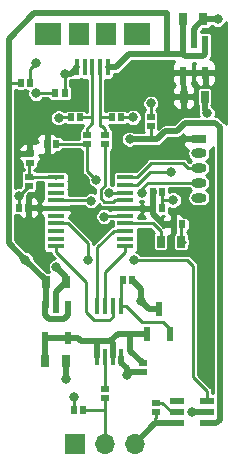
<source format=gbr>
G04 #@! TF.GenerationSoftware,KiCad,Pcbnew,5.0.0-rc2-be01b52~65~ubuntu17.10.1*
G04 #@! TF.CreationDate,2018-07-06T13:28:39-04:00*
G04 #@! TF.ProjectId,pmtcmini-h10770,706D74636D696E692D6831303737302E,rev?*
G04 #@! TF.SameCoordinates,Original*
G04 #@! TF.FileFunction,Copper,L1,Top,Signal*
G04 #@! TF.FilePolarity,Positive*
%FSLAX46Y46*%
G04 Gerber Fmt 4.6, Leading zero omitted, Abs format (unit mm)*
G04 Created by KiCad (PCBNEW 5.0.0-rc2-be01b52~65~ubuntu17.10.1) date Fri Jul  6 13:28:39 2018*
%MOMM*%
%LPD*%
G01*
G04 APERTURE LIST*
G04 #@! TA.AperFunction,SMDPad,CuDef*
%ADD10R,0.575000X0.650000*%
G04 #@! TD*
G04 #@! TA.AperFunction,SMDPad,CuDef*
%ADD11R,0.650000X0.575000*%
G04 #@! TD*
G04 #@! TA.AperFunction,SMDPad,CuDef*
%ADD12R,1.800000X1.900000*%
G04 #@! TD*
G04 #@! TA.AperFunction,SMDPad,CuDef*
%ADD13R,2.300000X1.900000*%
G04 #@! TD*
G04 #@! TA.AperFunction,SMDPad,CuDef*
%ADD14R,0.400000X1.400000*%
G04 #@! TD*
G04 #@! TA.AperFunction,ComponentPad*
%ADD15O,1.300000X0.800000*%
G04 #@! TD*
G04 #@! TA.AperFunction,ComponentPad*
%ADD16R,1.300000X0.800000*%
G04 #@! TD*
G04 #@! TA.AperFunction,SMDPad,CuDef*
%ADD17R,0.406400X1.371600*%
G04 #@! TD*
G04 #@! TA.AperFunction,SMDPad,CuDef*
%ADD18R,0.558800X1.295400*%
G04 #@! TD*
G04 #@! TA.AperFunction,SMDPad,CuDef*
%ADD19R,1.475000X0.450000*%
G04 #@! TD*
G04 #@! TA.AperFunction,SMDPad,CuDef*
%ADD20R,0.550000X1.050000*%
G04 #@! TD*
G04 #@! TA.AperFunction,SMDPad,CuDef*
%ADD21R,1.250000X0.600000*%
G04 #@! TD*
G04 #@! TA.AperFunction,SMDPad,CuDef*
%ADD22R,0.670000X1.000000*%
G04 #@! TD*
G04 #@! TA.AperFunction,ComponentPad*
%ADD23O,1.700000X1.700000*%
G04 #@! TD*
G04 #@! TA.AperFunction,ComponentPad*
%ADD24R,1.700000X1.700000*%
G04 #@! TD*
G04 #@! TA.AperFunction,ViaPad*
%ADD25C,0.800000*%
G04 #@! TD*
G04 #@! TA.AperFunction,Conductor*
%ADD26C,0.250000*%
G04 #@! TD*
G04 #@! TA.AperFunction,Conductor*
%ADD27C,0.500000*%
G04 #@! TD*
G04 #@! TA.AperFunction,Conductor*
%ADD28C,0.254000*%
G04 #@! TD*
G04 APERTURE END LIST*
D10*
G04 #@! TO.P,R10,2*
G04 #@! TO.N,Net-(J4-Pad5)*
X129325000Y-61600000D03*
G04 #@! TO.P,R10,1*
G04 #@! TO.N,GND*
X130100000Y-61600000D03*
G04 #@! TD*
D11*
G04 #@! TO.P,R9,2*
G04 #@! TO.N,/V+*
X137375000Y-64425000D03*
G04 #@! TO.P,R9,1*
G04 #@! TO.N,GND*
X137375000Y-63650000D03*
G04 #@! TD*
D10*
G04 #@! TO.P,R11,2*
G04 #@! TO.N,Net-(J4-Pad6)*
X127175000Y-60725000D03*
G04 #@! TO.P,R11,1*
G04 #@! TO.N,VBUS*
X126400000Y-60725000D03*
G04 #@! TD*
D12*
G04 #@! TO.P,J3,9*
G04 #@! TO.N,N/C*
X131300000Y-56575000D03*
G04 #@! TO.P,J3,8*
X133600000Y-56575000D03*
D13*
G04 #@! TO.P,J3,7*
X128700000Y-56575000D03*
G04 #@! TO.P,J3,6*
X136200000Y-56575000D03*
D14*
G04 #@! TO.P,J3,5*
G04 #@! TO.N,GND*
X131150000Y-59425000D03*
G04 #@! TO.P,J3,4*
G04 #@! TO.N,Net-(J3-Pad4)*
X131800000Y-59425000D03*
G04 #@! TO.P,J3,3*
G04 #@! TO.N,/USBP*
X132450000Y-59425000D03*
G04 #@! TO.P,J3,2*
G04 #@! TO.N,/USBM*
X133100000Y-59425000D03*
G04 #@! TO.P,J3,1*
G04 #@! TO.N,VBUS*
X133750000Y-59425000D03*
G04 #@! TD*
D11*
G04 #@! TO.P,R8,2*
G04 #@! TO.N,/PMT_ADJ*
X133500000Y-86650000D03*
G04 #@! TO.P,R8,1*
G04 #@! TO.N,Net-(C11-Pad1)*
X133500000Y-87425000D03*
G04 #@! TD*
D15*
G04 #@! TO.P,J2,5*
G04 #@! TO.N,GND*
X141450000Y-70450000D03*
G04 #@! TO.P,J2,4*
G04 #@! TO.N,/RESET*
X141450000Y-69200000D03*
G04 #@! TO.P,J2,3*
G04 #@! TO.N,/SWCLK*
X141450000Y-67950000D03*
G04 #@! TO.P,J2,2*
G04 #@! TO.N,/SWDIO*
X141450000Y-66700000D03*
D16*
G04 #@! TO.P,J2,1*
G04 #@! TO.N,+3V3*
X141450000Y-65450000D03*
G04 #@! TD*
D17*
G04 #@! TO.P,U2,8*
G04 #@! TO.N,GND*
X134840600Y-83984400D03*
G04 #@! TO.P,U2,7*
G04 #@! TO.N,+3.3VA*
X134180200Y-83984400D03*
G04 #@! TO.P,U2,6*
G04 #@! TO.N,/PMT_ADJ*
X133519800Y-83984400D03*
G04 #@! TO.P,U2,5*
G04 #@! TO.N,+3.3VA*
X132859400Y-83984400D03*
G04 #@! TO.P,U2,4*
G04 #@! TO.N,/MOSI*
X132859400Y-79615600D03*
G04 #@! TO.P,U2,3*
G04 #@! TO.N,/SCLK*
X133519800Y-79615600D03*
G04 #@! TO.P,U2,2*
G04 #@! TO.N,/\005CCS*
X134180200Y-79615600D03*
G04 #@! TO.P,U2,1*
G04 #@! TO.N,Net-(C1-Pad1)*
X134840600Y-79615600D03*
G04 #@! TD*
D18*
G04 #@! TO.P,U1,3*
G04 #@! TO.N,GND*
X138050000Y-79921300D03*
G04 #@! TO.P,U1,2*
G04 #@! TO.N,Net-(C1-Pad1)*
X139000000Y-81978700D03*
G04 #@! TO.P,U1,1*
G04 #@! TO.N,+3.3VA*
X137100000Y-81978700D03*
G04 #@! TD*
D19*
G04 #@! TO.P,U3,20*
G04 #@! TO.N,/SWCLK*
X135238000Y-68725000D03*
G04 #@! TO.P,U3,19*
G04 #@! TO.N,/SWDIO*
X135238000Y-69375000D03*
G04 #@! TO.P,U3,18*
G04 #@! TO.N,Net-(R4-Pad1)*
X135238000Y-70025000D03*
G04 #@! TO.P,U3,17*
G04 #@! TO.N,Net-(R6-Pad2)*
X135238000Y-70675000D03*
G04 #@! TO.P,U3,16*
G04 #@! TO.N,+3V3*
X135238000Y-71325000D03*
G04 #@! TO.P,U3,15*
G04 #@! TO.N,GND*
X135238000Y-71975000D03*
G04 #@! TO.P,U3,14*
G04 #@! TO.N,/LED*
X135238000Y-72625000D03*
G04 #@! TO.P,U3,13*
G04 #@! TO.N,/MOSI*
X135238000Y-73275000D03*
G04 #@! TO.P,U3,12*
G04 #@! TO.N,Net-(U3-Pad12)*
X135238000Y-73925000D03*
G04 #@! TO.P,U3,11*
G04 #@! TO.N,/SCLK*
X135238000Y-74575000D03*
G04 #@! TO.P,U3,10*
G04 #@! TO.N,/\005CCS*
X129362000Y-74575000D03*
G04 #@! TO.P,U3,9*
G04 #@! TO.N,Net-(U3-Pad9)*
X129362000Y-73925000D03*
G04 #@! TO.P,U3,8*
G04 #@! TO.N,Net-(U3-Pad8)*
X129362000Y-73275000D03*
G04 #@! TO.P,U3,7*
G04 #@! TO.N,/PMT_EN*
X129362000Y-72625000D03*
G04 #@! TO.P,U3,6*
G04 #@! TO.N,Net-(U3-Pad6)*
X129362000Y-71975000D03*
G04 #@! TO.P,U3,5*
G04 #@! TO.N,+3V3*
X129362000Y-71325000D03*
G04 #@! TO.P,U3,4*
G04 #@! TO.N,/RESET*
X129362000Y-70675000D03*
G04 #@! TO.P,U3,3*
G04 #@! TO.N,Net-(U3-Pad3)*
X129362000Y-70025000D03*
G04 #@! TO.P,U3,2*
G04 #@! TO.N,Net-(U3-Pad2)*
X129362000Y-69375000D03*
G04 #@! TO.P,U3,1*
G04 #@! TO.N,Net-(R1-Pad1)*
X129362000Y-68725000D03*
G04 #@! TD*
D20*
G04 #@! TO.P,U6,5*
G04 #@! TO.N,+3V3*
X142000000Y-59900000D03*
G04 #@! TO.P,U6,4*
X140100000Y-59900000D03*
G04 #@! TO.P,U6,3*
G04 #@! TO.N,VBUS*
X140100000Y-57300000D03*
G04 #@! TO.P,U6,2*
G04 #@! TO.N,GND*
X141050000Y-57300000D03*
G04 #@! TO.P,U6,1*
G04 #@! TO.N,VBUS*
X142000000Y-57300000D03*
G04 #@! TD*
G04 #@! TO.P,U4,5*
G04 #@! TO.N,+3.3VA*
X130350000Y-82350000D03*
G04 #@! TO.P,U4,4*
X128450000Y-82350000D03*
G04 #@! TO.P,U4,3*
G04 #@! TO.N,VBUS*
X128450000Y-79750000D03*
G04 #@! TO.P,U4,2*
G04 #@! TO.N,GND*
X129400000Y-79750000D03*
G04 #@! TO.P,U4,1*
G04 #@! TO.N,VBUS*
X130350000Y-79750000D03*
G04 #@! TD*
D21*
G04 #@! TO.P,U5,6*
G04 #@! TO.N,/PMT_VDD*
X139650000Y-89550000D03*
G04 #@! TO.P,U5,5*
G04 #@! TO.N,Net-(R7-Pad1)*
X139650000Y-88600000D03*
G04 #@! TO.P,U5,4*
G04 #@! TO.N,Net-(U5-Pad4)*
X139650000Y-87650000D03*
G04 #@! TO.P,U5,3*
G04 #@! TO.N,/PMT_EN*
X142150000Y-87650000D03*
G04 #@! TO.P,U5,2*
G04 #@! TO.N,GND*
X142150000Y-88600000D03*
G04 #@! TO.P,U5,1*
G04 #@! TO.N,/V+*
X142150000Y-89550000D03*
G04 #@! TD*
D10*
G04 #@! TO.P,C12,2*
G04 #@! TO.N,GND*
X130650000Y-63650000D03*
G04 #@! TO.P,C12,1*
G04 #@! TO.N,/USBP*
X131425000Y-63650000D03*
G04 #@! TD*
G04 #@! TO.P,C11,2*
G04 #@! TO.N,GND*
X130912500Y-88400000D03*
G04 #@! TO.P,C11,1*
G04 #@! TO.N,Net-(C11-Pad1)*
X131687500Y-88400000D03*
G04 #@! TD*
G04 #@! TO.P,C10,2*
G04 #@! TO.N,GND*
X134887500Y-63650000D03*
G04 #@! TO.P,C10,1*
G04 #@! TO.N,/USBM*
X134112500Y-63650000D03*
G04 #@! TD*
D11*
G04 #@! TO.P,C6,2*
G04 #@! TO.N,GND*
X136750000Y-85237500D03*
G04 #@! TO.P,C6,1*
G04 #@! TO.N,+3.3VA*
X136750000Y-84462500D03*
G04 #@! TD*
D10*
G04 #@! TO.P,C4,2*
G04 #@! TO.N,GND*
X138350000Y-69950000D03*
G04 #@! TO.P,C4,1*
G04 #@! TO.N,+3V3*
X137575000Y-69950000D03*
G04 #@! TD*
G04 #@! TO.P,C3,2*
G04 #@! TO.N,GND*
X126262500Y-71300000D03*
G04 #@! TO.P,C3,1*
G04 #@! TO.N,+3V3*
X127037500Y-71300000D03*
G04 #@! TD*
G04 #@! TO.P,C1,2*
G04 #@! TO.N,GND*
X135837500Y-77450000D03*
G04 #@! TO.P,C1,1*
G04 #@! TO.N,Net-(C1-Pad1)*
X135062500Y-77450000D03*
G04 #@! TD*
G04 #@! TO.P,C2,2*
G04 #@! TO.N,GND*
X138337500Y-71350000D03*
G04 #@! TO.P,C2,1*
G04 #@! TO.N,+3V3*
X137562500Y-71350000D03*
G04 #@! TD*
D22*
G04 #@! TO.P,C9,2*
G04 #@! TO.N,GND*
X141950000Y-61900000D03*
G04 #@! TO.P,C9,1*
G04 #@! TO.N,+3V3*
X140200000Y-61900000D03*
G04 #@! TD*
G04 #@! TO.P,C8,2*
G04 #@! TO.N,GND*
X130200000Y-84300000D03*
G04 #@! TO.P,C8,1*
G04 #@! TO.N,+3.3VA*
X128450000Y-84300000D03*
G04 #@! TD*
G04 #@! TO.P,C7,2*
G04 #@! TO.N,GND*
X141850000Y-55350000D03*
G04 #@! TO.P,C7,1*
G04 #@! TO.N,VBUS*
X140100000Y-55350000D03*
G04 #@! TD*
G04 #@! TO.P,C5,2*
G04 #@! TO.N,GND*
X130250000Y-77600000D03*
G04 #@! TO.P,C5,1*
G04 #@! TO.N,VBUS*
X128500000Y-77600000D03*
G04 #@! TD*
D23*
G04 #@! TO.P,J1,3*
G04 #@! TO.N,/PMT_VDD*
X136030000Y-91300000D03*
G04 #@! TO.P,J1,2*
G04 #@! TO.N,Net-(C11-Pad1)*
X133490000Y-91300000D03*
D24*
G04 #@! TO.P,J1,1*
G04 #@! TO.N,GND*
X130950000Y-91300000D03*
G04 #@! TD*
D22*
G04 #@! TO.P,D1,2*
G04 #@! TO.N,Net-(D1-Pad2)*
X139975000Y-74175000D03*
G04 #@! TO.P,D1,1*
G04 #@! TO.N,/LED*
X138225000Y-74175000D03*
G04 #@! TD*
D11*
G04 #@! TO.P,R7,2*
G04 #@! TO.N,/PMT_VDD*
X137800000Y-88575000D03*
G04 #@! TO.P,R7,1*
G04 #@! TO.N,Net-(R7-Pad1)*
X137800000Y-87800000D03*
G04 #@! TD*
G04 #@! TO.P,R1,2*
G04 #@! TO.N,GND*
X127075000Y-69450000D03*
G04 #@! TO.P,R1,1*
G04 #@! TO.N,Net-(R1-Pad1)*
X127075000Y-68675000D03*
G04 #@! TD*
G04 #@! TO.P,R2,2*
G04 #@! TO.N,+3V3*
X127150000Y-66712500D03*
G04 #@! TO.P,R2,1*
G04 #@! TO.N,Net-(R1-Pad1)*
X127150000Y-67487500D03*
G04 #@! TD*
D10*
G04 #@! TO.P,R3,2*
G04 #@! TO.N,Net-(D1-Pad2)*
X140062500Y-72725000D03*
G04 #@! TO.P,R3,1*
G04 #@! TO.N,+3V3*
X139287500Y-72725000D03*
G04 #@! TD*
G04 #@! TO.P,R4,2*
G04 #@! TO.N,+3V3*
X128612500Y-65900000D03*
G04 #@! TO.P,R4,1*
G04 #@! TO.N,Net-(R4-Pad1)*
X129387500Y-65900000D03*
G04 #@! TD*
D11*
G04 #@! TO.P,R5,2*
G04 #@! TO.N,Net-(R4-Pad1)*
X132000000Y-65937500D03*
G04 #@! TO.P,R5,1*
G04 #@! TO.N,/USBP*
X132000000Y-65162500D03*
G04 #@! TD*
G04 #@! TO.P,R6,2*
G04 #@! TO.N,Net-(R6-Pad2)*
X133550000Y-65937500D03*
G04 #@! TO.P,R6,1*
G04 #@! TO.N,/USBM*
X133550000Y-65162500D03*
G04 #@! TD*
D25*
G04 #@! TO.N,*
X128700000Y-56575000D03*
X131300000Y-56575000D03*
X133600000Y-56575000D03*
X136200000Y-56575000D03*
G04 #@! TO.N,+3V3*
X131475000Y-61550000D03*
X134250000Y-61550000D03*
G04 #@! TO.N,Net-(R4-Pad1)*
X133875000Y-70089597D03*
X132800000Y-68975000D03*
G04 #@! TO.N,+3V3*
X131475000Y-72225000D03*
X131025000Y-69175000D03*
X130975000Y-66975000D03*
X134675000Y-67100000D03*
G04 #@! TO.N,GND*
X140900000Y-88600000D03*
X143050000Y-55350000D03*
X130900000Y-87300000D03*
X139300000Y-70650000D03*
X129600000Y-63700000D03*
X135900000Y-63650000D03*
X130100000Y-59950000D03*
X129400000Y-76325000D03*
X142150000Y-63275000D03*
X135350000Y-85450000D03*
X136550000Y-79200000D03*
X130200000Y-85775000D03*
G04 #@! TO.N,/SWDIO*
X139125000Y-68250000D03*
G04 #@! TO.N,/RESET*
X132325000Y-70725000D03*
X136650000Y-70025000D03*
G04 #@! TO.N,/PMT_EN*
X132050000Y-75750000D03*
X135950000Y-75750000D03*
G04 #@! TO.N,GND*
X126225000Y-70275000D03*
X137400000Y-62475000D03*
X133425000Y-72050000D03*
G04 #@! TO.N,VBUS*
X126775000Y-75710000D03*
G04 #@! TO.N,Net-(J4-Pad6)*
X127680000Y-59076000D03*
G04 #@! TO.N,/V+*
X135600000Y-65500000D03*
G04 #@! TO.N,Net-(J4-Pad5)*
X127680000Y-61616000D03*
G04 #@! TD*
D26*
G04 #@! TO.N,/USBM*
X134112500Y-63650000D02*
X133575000Y-63650000D01*
X133100000Y-59955000D02*
X133100000Y-63650000D01*
X133575000Y-63650000D02*
X133100000Y-63650000D01*
X133100000Y-63650000D02*
X133100000Y-64350000D01*
X133275000Y-64350000D02*
X133100000Y-64350000D01*
X133550000Y-64625000D02*
X133275000Y-64350000D01*
X133550000Y-65162500D02*
X133550000Y-64625000D01*
G04 #@! TO.N,Net-(R6-Pad2)*
X133550000Y-65937500D02*
X133550000Y-69375000D01*
X133550000Y-69375000D02*
X133150000Y-69775000D01*
X133439598Y-70814598D02*
X133150000Y-70525000D01*
X134223001Y-70814598D02*
X133439598Y-70814598D01*
X134362599Y-70675000D02*
X134223001Y-70814598D01*
X135238000Y-70675000D02*
X134362599Y-70675000D01*
X133150000Y-69775000D02*
X133150000Y-70525000D01*
G04 #@! TO.N,Net-(R4-Pad1)*
X131962500Y-65900000D02*
X132000000Y-65937500D01*
X135238000Y-70025000D02*
X133939597Y-70025000D01*
X133939597Y-70025000D02*
X133875000Y-70089597D01*
X132000000Y-68175000D02*
X132000000Y-65937500D01*
X132800000Y-68975000D02*
X132000000Y-68175000D01*
X129387500Y-65900000D02*
X131962500Y-65900000D01*
G04 #@! TO.N,/USBP*
X132400000Y-63650000D02*
X132450000Y-63700000D01*
X131425000Y-63650000D02*
X132400000Y-63650000D01*
X132450000Y-59955000D02*
X132450000Y-63700000D01*
X132450000Y-63700000D02*
X132450000Y-64250000D01*
X132375000Y-64250000D02*
X132450000Y-64250000D01*
X132000000Y-64625000D02*
X132375000Y-64250000D01*
X132000000Y-65162500D02*
X132000000Y-64625000D01*
D27*
G04 #@! TO.N,+3.3VA*
X130325000Y-82375000D02*
X130350000Y-82350000D01*
X128450000Y-82350000D02*
X130350000Y-82350000D01*
X128450000Y-82350000D02*
X128450000Y-84300000D01*
X130350000Y-82350000D02*
X131225000Y-82350000D01*
X134180200Y-82798600D02*
X133981600Y-82600000D01*
X134180200Y-83984400D02*
X134180200Y-82798600D01*
X132859400Y-82798600D02*
X132859400Y-83984400D01*
X133058000Y-82600000D02*
X132859400Y-82798600D01*
X133981600Y-82600000D02*
X133058000Y-82600000D01*
X131475000Y-82600000D02*
X131225000Y-82350000D01*
X133058000Y-82600000D02*
X131475000Y-82600000D01*
X133981600Y-82600000D02*
X134602900Y-81978700D01*
X135650000Y-83400000D02*
X135650000Y-81978700D01*
X136750000Y-84462500D02*
X136712500Y-84462500D01*
X134602900Y-81978700D02*
X135650000Y-81978700D01*
X136712500Y-84462500D02*
X135650000Y-83400000D01*
X135650000Y-81978700D02*
X137100000Y-81978700D01*
D26*
G04 #@! TO.N,Net-(D1-Pad2)*
X139975000Y-74175000D02*
X140287500Y-74175000D01*
X139975000Y-72812500D02*
X140062500Y-72725000D01*
X139975000Y-74175000D02*
X139975000Y-72812500D01*
D27*
G04 #@! TO.N,+3V3*
X140050000Y-59950000D02*
X140100000Y-59900000D01*
X140100000Y-59900000D02*
X142000000Y-59900000D01*
D26*
X137537500Y-71325000D02*
X137562500Y-71350000D01*
X135238000Y-71325000D02*
X137537500Y-71325000D01*
X137562500Y-69962500D02*
X137575000Y-69950000D01*
X137562500Y-71350000D02*
X137562500Y-69962500D01*
D27*
X138463186Y-72725000D02*
X137562500Y-71824314D01*
X137562500Y-71824314D02*
X137562500Y-71350000D01*
X139287500Y-72725000D02*
X138463186Y-72725000D01*
D26*
X129362000Y-71325000D02*
X127062500Y-71325000D01*
X127062500Y-71325000D02*
X127037500Y-71300000D01*
G04 #@! TO.N,Net-(R1-Pad1)*
X129312000Y-68775000D02*
X129362000Y-68725000D01*
X129312000Y-68675000D02*
X129362000Y-68725000D01*
X127412500Y-68762500D02*
X127400000Y-68775000D01*
X127075000Y-68675000D02*
X129312000Y-68675000D01*
X127075000Y-67562500D02*
X127150000Y-67487500D01*
D27*
G04 #@! TO.N,GND*
X142150000Y-88600000D02*
X140900000Y-88600000D01*
X141050000Y-56150000D02*
X141850000Y-55350000D01*
X141050000Y-57300000D02*
X141050000Y-56150000D01*
D26*
X130912500Y-88400000D02*
X130912500Y-87312500D01*
X130912500Y-87312500D02*
X130900000Y-87300000D01*
X138350000Y-71337500D02*
X138337500Y-71350000D01*
X138350000Y-70650000D02*
X139300000Y-70650000D01*
X138350000Y-70650000D02*
X138350000Y-71337500D01*
X138350000Y-69950000D02*
X138350000Y-70650000D01*
X130650000Y-63650000D02*
X129650000Y-63650000D01*
X129650000Y-63650000D02*
X129600000Y-63700000D01*
X134887500Y-63650000D02*
X135900000Y-63650000D01*
D27*
X130105000Y-59955000D02*
X130100000Y-59950000D01*
X129400000Y-78450000D02*
X130250000Y-77600000D01*
X129400000Y-79750000D02*
X129400000Y-78450000D01*
X130250000Y-77600000D02*
X130250000Y-77175000D01*
X130250000Y-77175000D02*
X129400000Y-76325000D01*
D26*
X127050000Y-69450000D02*
X126225000Y-70275000D01*
X127075000Y-69450000D02*
X127050000Y-69450000D01*
D27*
X141950000Y-61900000D02*
X141950000Y-63075000D01*
X141950000Y-63075000D02*
X142150000Y-63275000D01*
X141850000Y-55350000D02*
X143050000Y-55350000D01*
X136750000Y-85237500D02*
X135562500Y-85237500D01*
X135562500Y-85237500D02*
X135350000Y-85450000D01*
X134880210Y-84274353D02*
X134880210Y-83984400D01*
X134880210Y-84414525D02*
X134880210Y-84274353D01*
X135350000Y-84884315D02*
X134880210Y-84414525D01*
X135350000Y-85450000D02*
X135350000Y-84884315D01*
X138050000Y-79921300D02*
X137271300Y-79921300D01*
X137271300Y-79921300D02*
X136550000Y-79200000D01*
X136550000Y-78162500D02*
X135837500Y-77450000D01*
X136550000Y-79200000D02*
X136550000Y-78162500D01*
X130200000Y-84300000D02*
X130200000Y-85775000D01*
X130625000Y-59950000D02*
X131150000Y-59425000D01*
X130100000Y-59950000D02*
X130625000Y-59950000D01*
D26*
G04 #@! TO.N,Net-(R1-Pad1)*
X127075000Y-68675000D02*
X127075000Y-67562500D01*
G04 #@! TO.N,Net-(R7-Pad1)*
X139175000Y-88600000D02*
X139650000Y-88600000D01*
X138375000Y-87800000D02*
X139175000Y-88600000D01*
X137800000Y-87800000D02*
X138375000Y-87800000D01*
G04 #@! TO.N,/PMT_VDD*
X137062500Y-90267500D02*
X136030000Y-91300000D01*
D27*
X137780000Y-89550000D02*
X136030000Y-91300000D01*
X139650000Y-89550000D02*
X137780000Y-89550000D01*
D26*
X137780000Y-89132500D02*
X137780000Y-89550000D01*
X137800000Y-89112500D02*
X137780000Y-89132500D01*
X137800000Y-88575000D02*
X137800000Y-89112500D01*
G04 #@! TO.N,/LED*
X138225000Y-73300000D02*
X138225000Y-74175000D01*
X135238000Y-72625000D02*
X137550000Y-72625000D01*
X137550000Y-72625000D02*
X138225000Y-73300000D01*
G04 #@! TO.N,/PMT_ADJ*
X133519800Y-86455200D02*
X133500000Y-86475000D01*
X133519800Y-86630200D02*
X133500000Y-86650000D01*
X133519800Y-83984400D02*
X133519800Y-86630200D01*
G04 #@! TO.N,/SWDIO*
X139125000Y-68125000D02*
X139125000Y-68250000D01*
X136225500Y-69375000D02*
X135238000Y-69375000D01*
X139125000Y-68250000D02*
X137350500Y-68250000D01*
X137350500Y-68250000D02*
X136225500Y-69375000D01*
G04 #@! TO.N,/SWCLK*
X137425500Y-67525000D02*
X136225500Y-68725000D01*
X140124998Y-67525000D02*
X137425500Y-67525000D01*
X136225500Y-68725000D02*
X135238000Y-68725000D01*
X141450000Y-67950000D02*
X140550000Y-67950000D01*
X140550000Y-67950000D02*
X140124998Y-67525000D01*
G04 #@! TO.N,/RESET*
X129362000Y-70675000D02*
X132275000Y-70675000D01*
X132275000Y-70675000D02*
X132325000Y-70725000D01*
X140550000Y-69200000D02*
X141450000Y-69200000D01*
X137127498Y-69200000D02*
X140550000Y-69200000D01*
X136650000Y-69677498D02*
X137127498Y-69200000D01*
X136650000Y-70025000D02*
X136650000Y-69677498D01*
G04 #@! TO.N,Net-(C1-Pad1)*
X134840600Y-77671900D02*
X135062500Y-77450000D01*
X134840600Y-79615600D02*
X134840600Y-77671900D01*
X139000000Y-81610400D02*
X139000000Y-81978700D01*
X136684199Y-81005999D02*
X138395599Y-81005999D01*
X135293800Y-79615600D02*
X136684199Y-81005999D01*
X138395599Y-81005999D02*
X139000000Y-81610400D01*
X134840600Y-79615600D02*
X135293800Y-79615600D01*
G04 #@! TO.N,/PMT_EN*
X129362000Y-72625000D02*
X130349500Y-72625000D01*
X130349500Y-72625000D02*
X132050000Y-74325500D01*
X132050000Y-74325500D02*
X132050000Y-75750000D01*
X135950000Y-75750000D02*
X140500000Y-75750000D01*
X140500000Y-75750000D02*
X140950000Y-76200000D01*
X140950000Y-76200000D02*
X140950000Y-85650000D01*
X142150000Y-86850000D02*
X142150000Y-87650000D01*
X140950000Y-85650000D02*
X142150000Y-86850000D01*
G04 #@! TO.N,/\005CCS*
X134180200Y-80551400D02*
X133881600Y-80850000D01*
X134180200Y-79615600D02*
X134180200Y-80551400D01*
X132619798Y-80850000D02*
X131900000Y-80130202D01*
X133881600Y-80850000D02*
X132619798Y-80850000D01*
X129362000Y-75050000D02*
X129362000Y-74575000D01*
X131900000Y-77588000D02*
X129362000Y-75050000D01*
X131900000Y-80130202D02*
X131900000Y-77588000D01*
G04 #@! TO.N,/SCLK*
X133519800Y-78679800D02*
X133519800Y-79615600D01*
X133519800Y-76768200D02*
X133519800Y-78679800D01*
X135238000Y-75050000D02*
X133519800Y-76768200D01*
X135238000Y-74575000D02*
X135238000Y-75050000D01*
G04 #@! TO.N,/MOSI*
X134250500Y-73275000D02*
X135238000Y-73275000D01*
X132859400Y-74666100D02*
X134250500Y-73275000D01*
X132859400Y-79615600D02*
X132859400Y-74666100D01*
D27*
G04 #@! TO.N,VBUS*
X128500000Y-79700000D02*
X128450000Y-79750000D01*
X128500000Y-77600000D02*
X128500000Y-79700000D01*
X130035001Y-80725001D02*
X130350000Y-80410002D01*
X128764999Y-80725001D02*
X130035001Y-80725001D01*
X128450000Y-80410002D02*
X128764999Y-80725001D01*
X130350000Y-80410002D02*
X130350000Y-79750000D01*
X128450000Y-79750000D02*
X128450000Y-80410002D01*
X140100000Y-55350000D02*
X140100000Y-57300000D01*
X140100000Y-58325000D02*
X140275000Y-58500000D01*
X140100000Y-57300000D02*
X140100000Y-58325000D01*
X141825000Y-58500000D02*
X142000000Y-58325000D01*
X142000000Y-58325000D02*
X142000000Y-57300000D01*
X140275000Y-58500000D02*
X141825000Y-58500000D01*
X134450000Y-59425000D02*
X135550000Y-58325000D01*
X133750000Y-59425000D02*
X134450000Y-59425000D01*
X128500000Y-77600000D02*
X128500000Y-77435000D01*
X127514998Y-54850000D02*
X138765000Y-54850000D01*
X125350000Y-57014998D02*
X127514998Y-54850000D01*
X138765000Y-58240000D02*
X138850000Y-58325000D01*
X138765000Y-54850000D02*
X138765000Y-58240000D01*
X135550000Y-58325000D02*
X138850000Y-58325000D01*
X138850000Y-58325000D02*
X140100000Y-58325000D01*
D26*
G04 #@! TO.N,GND*
X126262500Y-70312500D02*
X126225000Y-70275000D01*
X126262500Y-71300000D02*
X126262500Y-70312500D01*
X137375000Y-63650000D02*
X137375000Y-62500000D01*
X137375000Y-62500000D02*
X137400000Y-62475000D01*
X130100000Y-61600000D02*
X130100000Y-59950000D01*
X134250500Y-71975000D02*
X134225500Y-72000000D01*
X135238000Y-71975000D02*
X134250500Y-71975000D01*
X134225500Y-72000000D02*
X133475000Y-72000000D01*
X133475000Y-72000000D02*
X133425000Y-72050000D01*
D27*
G04 #@! TO.N,VBUS*
X128500000Y-77435000D02*
X126775000Y-75710000D01*
X126775000Y-75710000D02*
X125350000Y-74285000D01*
D26*
X125400000Y-60725000D02*
X126400000Y-60725000D01*
X125350000Y-60675000D02*
X125400000Y-60725000D01*
D27*
X125350000Y-60675000D02*
X125350000Y-57014998D01*
X125350000Y-74285000D02*
X125350000Y-60675000D01*
D26*
G04 #@! TO.N,Net-(C11-Pad1)*
X133519800Y-91270200D02*
X133490000Y-91300000D01*
X133500000Y-91290000D02*
X133490000Y-91300000D01*
X132225000Y-88400000D02*
X133500000Y-88400000D01*
X133500000Y-87425000D02*
X133500000Y-88400000D01*
X131687500Y-88400000D02*
X132225000Y-88400000D01*
X133500000Y-88400000D02*
X133500000Y-91290000D01*
G04 #@! TO.N,Net-(J4-Pad6)*
X127175000Y-60725000D02*
X127175000Y-59581000D01*
X127175000Y-59581000D02*
X127680000Y-59076000D01*
G04 #@! TO.N,/V+*
X137375000Y-65400000D02*
X137375000Y-64425000D01*
X137275000Y-65500000D02*
X137375000Y-65400000D01*
D27*
X135600000Y-65500000D02*
X137275000Y-65500000D01*
X143225001Y-89260001D02*
X142935002Y-89550000D01*
X142935002Y-89550000D02*
X142150000Y-89550000D01*
X139639998Y-64810002D02*
X140324999Y-64125001D01*
X140324999Y-64125001D02*
X142850001Y-64125001D01*
X142850001Y-64125001D02*
X143225001Y-64500001D01*
X143225001Y-64500001D02*
X143225001Y-89260001D01*
X137275000Y-65500000D02*
X137950000Y-65500000D01*
X138639998Y-64810002D02*
X139639998Y-64810002D01*
X137950000Y-65500000D02*
X138639998Y-64810002D01*
D26*
G04 #@! TO.N,Net-(J4-Pad5)*
X129325000Y-61600000D02*
X127696000Y-61600000D01*
X127696000Y-61600000D02*
X127680000Y-61616000D01*
G04 #@! TD*
D28*
G04 #@! TO.N,+3V3*
G36*
X142648002Y-87016594D02*
X142602000Y-87016594D01*
X142602000Y-86894516D01*
X142610855Y-86849999D01*
X142601083Y-86800873D01*
X142575775Y-86673638D01*
X142475874Y-86524126D01*
X142438134Y-86498909D01*
X141402000Y-85462776D01*
X141402000Y-76244517D01*
X141410855Y-76199999D01*
X141375775Y-76023638D01*
X141301091Y-75911866D01*
X141275874Y-75874126D01*
X141238134Y-75848909D01*
X140851093Y-75461869D01*
X140825874Y-75424126D01*
X140676362Y-75324225D01*
X140544518Y-75298000D01*
X140500000Y-75289145D01*
X140455482Y-75298000D01*
X136526134Y-75298000D01*
X136361813Y-75133679D01*
X136178399Y-75057707D01*
X136211254Y-75035754D01*
X136283527Y-74927589D01*
X136308906Y-74800000D01*
X136308906Y-74350000D01*
X136289015Y-74250000D01*
X136308906Y-74150000D01*
X136308906Y-73700000D01*
X136289015Y-73600000D01*
X136308906Y-73500000D01*
X136308906Y-73077000D01*
X137362776Y-73077000D01*
X137696673Y-73410898D01*
X137654246Y-73439246D01*
X137581973Y-73547411D01*
X137556594Y-73675000D01*
X137556594Y-74675000D01*
X137581973Y-74802589D01*
X137654246Y-74910754D01*
X137762411Y-74983027D01*
X137890000Y-75008406D01*
X138560000Y-75008406D01*
X138687589Y-74983027D01*
X138795754Y-74910754D01*
X138868027Y-74802589D01*
X138893406Y-74675000D01*
X138893406Y-73685000D01*
X139001750Y-73685000D01*
X139011750Y-73675000D01*
X139306594Y-73675000D01*
X139306594Y-74675000D01*
X139331973Y-74802589D01*
X139404246Y-74910754D01*
X139512411Y-74983027D01*
X139640000Y-75008406D01*
X140310000Y-75008406D01*
X140437589Y-74983027D01*
X140545754Y-74910754D01*
X140618027Y-74802589D01*
X140643406Y-74675000D01*
X140643406Y-74455928D01*
X140713275Y-74351362D01*
X140748355Y-74175000D01*
X140713275Y-73998638D01*
X140643406Y-73894072D01*
X140643406Y-73675000D01*
X140618027Y-73547411D01*
X140545754Y-73439246D01*
X140437589Y-73366973D01*
X140435102Y-73366478D01*
X140477589Y-73358027D01*
X140585754Y-73285754D01*
X140658027Y-73177589D01*
X140683406Y-73050000D01*
X140683406Y-72400000D01*
X140658027Y-72272411D01*
X140585754Y-72164246D01*
X140477589Y-72091973D01*
X140350000Y-72066594D01*
X140124218Y-72066594D01*
X140113327Y-72040301D01*
X139934698Y-71861673D01*
X139701309Y-71765000D01*
X139573250Y-71765000D01*
X139414500Y-71923750D01*
X139414500Y-72598000D01*
X139434500Y-72598000D01*
X139434500Y-72852000D01*
X139414500Y-72852000D01*
X139414500Y-73432395D01*
X139404246Y-73439246D01*
X139331973Y-73547411D01*
X139306594Y-73675000D01*
X139011750Y-73675000D01*
X139160500Y-73526250D01*
X139160500Y-72852000D01*
X138523750Y-72852000D01*
X138469987Y-72905763D01*
X137901093Y-72336869D01*
X137883140Y-72310000D01*
X137976309Y-72310000D01*
X138209698Y-72213327D01*
X138388327Y-72034699D01*
X138399218Y-72008406D01*
X138493568Y-72008406D01*
X138461673Y-72040301D01*
X138365000Y-72273690D01*
X138365000Y-72439250D01*
X138523750Y-72598000D01*
X139160500Y-72598000D01*
X139160500Y-71923750D01*
X139001750Y-71765000D01*
X138940504Y-71765000D01*
X138958406Y-71675000D01*
X138958406Y-71295407D01*
X139155391Y-71377000D01*
X139444609Y-71377000D01*
X139711813Y-71266321D01*
X139916321Y-71061813D01*
X140027000Y-70794609D01*
X140027000Y-70505391D01*
X139916321Y-70238187D01*
X139711813Y-70033679D01*
X139444609Y-69923000D01*
X139155391Y-69923000D01*
X138970906Y-69999416D01*
X138970906Y-69652000D01*
X140627663Y-69652000D01*
X140675863Y-69724137D01*
X140826815Y-69825000D01*
X140675863Y-69925863D01*
X140515182Y-70166339D01*
X140458758Y-70450000D01*
X140515182Y-70733661D01*
X140675863Y-70974137D01*
X140916339Y-71134818D01*
X141128401Y-71177000D01*
X141771599Y-71177000D01*
X141983661Y-71134818D01*
X142224137Y-70974137D01*
X142384818Y-70733661D01*
X142441242Y-70450000D01*
X142384818Y-70166339D01*
X142224137Y-69925863D01*
X142073185Y-69825000D01*
X142224137Y-69724137D01*
X142384818Y-69483661D01*
X142441242Y-69200000D01*
X142384818Y-68916339D01*
X142224137Y-68675863D01*
X142073185Y-68575000D01*
X142224137Y-68474137D01*
X142384818Y-68233661D01*
X142441242Y-67950000D01*
X142384818Y-67666339D01*
X142224137Y-67425863D01*
X142073185Y-67325000D01*
X142224137Y-67224137D01*
X142384818Y-66983661D01*
X142441242Y-66700000D01*
X142385370Y-66419115D01*
X142459699Y-66388327D01*
X142638327Y-66209698D01*
X142648001Y-66186343D01*
X142648002Y-87016594D01*
X142648002Y-87016594D01*
G37*
X142648002Y-87016594D02*
X142602000Y-87016594D01*
X142602000Y-86894516D01*
X142610855Y-86849999D01*
X142601083Y-86800873D01*
X142575775Y-86673638D01*
X142475874Y-86524126D01*
X142438134Y-86498909D01*
X141402000Y-85462776D01*
X141402000Y-76244517D01*
X141410855Y-76199999D01*
X141375775Y-76023638D01*
X141301091Y-75911866D01*
X141275874Y-75874126D01*
X141238134Y-75848909D01*
X140851093Y-75461869D01*
X140825874Y-75424126D01*
X140676362Y-75324225D01*
X140544518Y-75298000D01*
X140500000Y-75289145D01*
X140455482Y-75298000D01*
X136526134Y-75298000D01*
X136361813Y-75133679D01*
X136178399Y-75057707D01*
X136211254Y-75035754D01*
X136283527Y-74927589D01*
X136308906Y-74800000D01*
X136308906Y-74350000D01*
X136289015Y-74250000D01*
X136308906Y-74150000D01*
X136308906Y-73700000D01*
X136289015Y-73600000D01*
X136308906Y-73500000D01*
X136308906Y-73077000D01*
X137362776Y-73077000D01*
X137696673Y-73410898D01*
X137654246Y-73439246D01*
X137581973Y-73547411D01*
X137556594Y-73675000D01*
X137556594Y-74675000D01*
X137581973Y-74802589D01*
X137654246Y-74910754D01*
X137762411Y-74983027D01*
X137890000Y-75008406D01*
X138560000Y-75008406D01*
X138687589Y-74983027D01*
X138795754Y-74910754D01*
X138868027Y-74802589D01*
X138893406Y-74675000D01*
X138893406Y-73685000D01*
X139001750Y-73685000D01*
X139011750Y-73675000D01*
X139306594Y-73675000D01*
X139306594Y-74675000D01*
X139331973Y-74802589D01*
X139404246Y-74910754D01*
X139512411Y-74983027D01*
X139640000Y-75008406D01*
X140310000Y-75008406D01*
X140437589Y-74983027D01*
X140545754Y-74910754D01*
X140618027Y-74802589D01*
X140643406Y-74675000D01*
X140643406Y-74455928D01*
X140713275Y-74351362D01*
X140748355Y-74175000D01*
X140713275Y-73998638D01*
X140643406Y-73894072D01*
X140643406Y-73675000D01*
X140618027Y-73547411D01*
X140545754Y-73439246D01*
X140437589Y-73366973D01*
X140435102Y-73366478D01*
X140477589Y-73358027D01*
X140585754Y-73285754D01*
X140658027Y-73177589D01*
X140683406Y-73050000D01*
X140683406Y-72400000D01*
X140658027Y-72272411D01*
X140585754Y-72164246D01*
X140477589Y-72091973D01*
X140350000Y-72066594D01*
X140124218Y-72066594D01*
X140113327Y-72040301D01*
X139934698Y-71861673D01*
X139701309Y-71765000D01*
X139573250Y-71765000D01*
X139414500Y-71923750D01*
X139414500Y-72598000D01*
X139434500Y-72598000D01*
X139434500Y-72852000D01*
X139414500Y-72852000D01*
X139414500Y-73432395D01*
X139404246Y-73439246D01*
X139331973Y-73547411D01*
X139306594Y-73675000D01*
X139011750Y-73675000D01*
X139160500Y-73526250D01*
X139160500Y-72852000D01*
X138523750Y-72852000D01*
X138469987Y-72905763D01*
X137901093Y-72336869D01*
X137883140Y-72310000D01*
X137976309Y-72310000D01*
X138209698Y-72213327D01*
X138388327Y-72034699D01*
X138399218Y-72008406D01*
X138493568Y-72008406D01*
X138461673Y-72040301D01*
X138365000Y-72273690D01*
X138365000Y-72439250D01*
X138523750Y-72598000D01*
X139160500Y-72598000D01*
X139160500Y-71923750D01*
X139001750Y-71765000D01*
X138940504Y-71765000D01*
X138958406Y-71675000D01*
X138958406Y-71295407D01*
X139155391Y-71377000D01*
X139444609Y-71377000D01*
X139711813Y-71266321D01*
X139916321Y-71061813D01*
X140027000Y-70794609D01*
X140027000Y-70505391D01*
X139916321Y-70238187D01*
X139711813Y-70033679D01*
X139444609Y-69923000D01*
X139155391Y-69923000D01*
X138970906Y-69999416D01*
X138970906Y-69652000D01*
X140627663Y-69652000D01*
X140675863Y-69724137D01*
X140826815Y-69825000D01*
X140675863Y-69925863D01*
X140515182Y-70166339D01*
X140458758Y-70450000D01*
X140515182Y-70733661D01*
X140675863Y-70974137D01*
X140916339Y-71134818D01*
X141128401Y-71177000D01*
X141771599Y-71177000D01*
X141983661Y-71134818D01*
X142224137Y-70974137D01*
X142384818Y-70733661D01*
X142441242Y-70450000D01*
X142384818Y-70166339D01*
X142224137Y-69925863D01*
X142073185Y-69825000D01*
X142224137Y-69724137D01*
X142384818Y-69483661D01*
X142441242Y-69200000D01*
X142384818Y-68916339D01*
X142224137Y-68675863D01*
X142073185Y-68575000D01*
X142224137Y-68474137D01*
X142384818Y-68233661D01*
X142441242Y-67950000D01*
X142384818Y-67666339D01*
X142224137Y-67425863D01*
X142073185Y-67325000D01*
X142224137Y-67224137D01*
X142384818Y-66983661D01*
X142441242Y-66700000D01*
X142385370Y-66419115D01*
X142459699Y-66388327D01*
X142638327Y-66209698D01*
X142648001Y-66186343D01*
X142648002Y-87016594D01*
G36*
X128291094Y-69150000D02*
X128291094Y-69600000D01*
X128310985Y-69700000D01*
X128291094Y-69800000D01*
X128291094Y-70250000D01*
X128310985Y-70350000D01*
X128291094Y-70450000D01*
X128291094Y-70550782D01*
X128264801Y-70561673D01*
X128086173Y-70740302D01*
X127989500Y-70973691D01*
X127989500Y-71053750D01*
X128148250Y-71212500D01*
X128519398Y-71212500D01*
X128624500Y-71233406D01*
X130099500Y-71233406D01*
X130204602Y-71212500D01*
X130575750Y-71212500D01*
X130661250Y-71127000D01*
X131704614Y-71127000D01*
X131708679Y-71136813D01*
X131913187Y-71341321D01*
X132180391Y-71452000D01*
X132469609Y-71452000D01*
X132736813Y-71341321D01*
X132941321Y-71136813D01*
X132994413Y-71008637D01*
X133088505Y-71102729D01*
X133113724Y-71140472D01*
X133263236Y-71240373D01*
X133395080Y-71266598D01*
X133395081Y-71266598D01*
X133439597Y-71275453D01*
X133484114Y-71266598D01*
X134178483Y-71266598D01*
X134223001Y-71275453D01*
X134267519Y-71266598D01*
X134399363Y-71240373D01*
X134430599Y-71219502D01*
X134500500Y-71233406D01*
X135975500Y-71233406D01*
X136080602Y-71212500D01*
X136451750Y-71212500D01*
X136610500Y-71053750D01*
X136610500Y-70973691D01*
X136518672Y-70752000D01*
X136700761Y-70752000D01*
X136640000Y-70898690D01*
X136640000Y-71064250D01*
X136798750Y-71223000D01*
X137435500Y-71223000D01*
X137435500Y-70763750D01*
X137448000Y-70751250D01*
X137448000Y-70077000D01*
X137428000Y-70077000D01*
X137428000Y-69823000D01*
X137448000Y-69823000D01*
X137448000Y-69803000D01*
X137702000Y-69803000D01*
X137702000Y-69823000D01*
X137722000Y-69823000D01*
X137722000Y-70077000D01*
X137702000Y-70077000D01*
X137702000Y-70536250D01*
X137689500Y-70548750D01*
X137689500Y-71223000D01*
X137709500Y-71223000D01*
X137709500Y-71477000D01*
X137689500Y-71477000D01*
X137689500Y-71497000D01*
X137435500Y-71497000D01*
X137435500Y-71477000D01*
X136798750Y-71477000D01*
X136640000Y-71635750D01*
X136640000Y-71801310D01*
X136736673Y-72034699D01*
X136874975Y-72173000D01*
X136308906Y-72173000D01*
X136308906Y-72099218D01*
X136335199Y-72088327D01*
X136513827Y-71909698D01*
X136610500Y-71676309D01*
X136610500Y-71596250D01*
X136451750Y-71437500D01*
X136080602Y-71437500D01*
X135975500Y-71416594D01*
X134500500Y-71416594D01*
X134395398Y-71437500D01*
X134024250Y-71437500D01*
X133932442Y-71529308D01*
X133836813Y-71433679D01*
X133569609Y-71323000D01*
X133280391Y-71323000D01*
X133013187Y-71433679D01*
X132808679Y-71638187D01*
X132698000Y-71905391D01*
X132698000Y-72194609D01*
X132808679Y-72461813D01*
X133013187Y-72666321D01*
X133280391Y-72777000D01*
X133569609Y-72777000D01*
X133836813Y-72666321D01*
X134041321Y-72461813D01*
X134045386Y-72452000D01*
X134167094Y-72452000D01*
X134167094Y-72830735D01*
X134074138Y-72849225D01*
X133924626Y-72949126D01*
X133899407Y-72986869D01*
X132571267Y-74315009D01*
X132533527Y-74340226D01*
X132508310Y-74377966D01*
X132508309Y-74377967D01*
X132502000Y-74387409D01*
X132502000Y-74370017D01*
X132510855Y-74325499D01*
X132475775Y-74149138D01*
X132401091Y-74037366D01*
X132375874Y-73999626D01*
X132338134Y-73974409D01*
X130700593Y-72336869D01*
X130675374Y-72299126D01*
X130525862Y-72199225D01*
X130432906Y-72180735D01*
X130432906Y-72099218D01*
X130459199Y-72088327D01*
X130637827Y-71909698D01*
X130734500Y-71676309D01*
X130734500Y-71596250D01*
X130575750Y-71437500D01*
X130204602Y-71437500D01*
X130099500Y-71416594D01*
X128624500Y-71416594D01*
X128519398Y-71437500D01*
X128148250Y-71437500D01*
X127989500Y-71596250D01*
X127989500Y-71676309D01*
X128086173Y-71909698D01*
X128264801Y-72088327D01*
X128291094Y-72099218D01*
X128291094Y-72200000D01*
X128310985Y-72300000D01*
X128291094Y-72400000D01*
X128291094Y-72850000D01*
X128310985Y-72950000D01*
X128291094Y-73050000D01*
X128291094Y-73500000D01*
X128310985Y-73600000D01*
X128291094Y-73700000D01*
X128291094Y-74150000D01*
X128310985Y-74250000D01*
X128291094Y-74350000D01*
X128291094Y-74800000D01*
X128316473Y-74927589D01*
X128388746Y-75035754D01*
X128496911Y-75108027D01*
X128624500Y-75133406D01*
X128917735Y-75133406D01*
X128936225Y-75226361D01*
X129036126Y-75375874D01*
X129073869Y-75401093D01*
X129270776Y-75598000D01*
X129255391Y-75598000D01*
X128988187Y-75708679D01*
X128783679Y-75913187D01*
X128673000Y-76180391D01*
X128673000Y-76469609D01*
X128783679Y-76736813D01*
X128813460Y-76766594D01*
X128647595Y-76766594D01*
X127502000Y-75621000D01*
X127502000Y-75565391D01*
X127391321Y-75298187D01*
X127186813Y-75093679D01*
X126919609Y-74983000D01*
X126864001Y-74983000D01*
X125927000Y-74046000D01*
X125927000Y-71948858D01*
X125975000Y-71958406D01*
X126200782Y-71958406D01*
X126211673Y-71984699D01*
X126390302Y-72163327D01*
X126623691Y-72260000D01*
X126751750Y-72260000D01*
X126910500Y-72101250D01*
X126910500Y-71427000D01*
X127164500Y-71427000D01*
X127164500Y-72101250D01*
X127323250Y-72260000D01*
X127451309Y-72260000D01*
X127684698Y-72163327D01*
X127863327Y-71984699D01*
X127960000Y-71751310D01*
X127960000Y-71585750D01*
X127801250Y-71427000D01*
X127164500Y-71427000D01*
X126910500Y-71427000D01*
X126890500Y-71427000D01*
X126890500Y-71173000D01*
X126910500Y-71173000D01*
X126910500Y-70519799D01*
X126919218Y-70498750D01*
X127164500Y-70498750D01*
X127164500Y-71173000D01*
X127801250Y-71173000D01*
X127960000Y-71014250D01*
X127960000Y-70848690D01*
X127863327Y-70615301D01*
X127684698Y-70436673D01*
X127451309Y-70340000D01*
X127323250Y-70340000D01*
X127164500Y-70498750D01*
X126919218Y-70498750D01*
X126952000Y-70419609D01*
X126952000Y-70187224D01*
X127068319Y-70070906D01*
X127400000Y-70070906D01*
X127527589Y-70045527D01*
X127635754Y-69973254D01*
X127708027Y-69865089D01*
X127733406Y-69737500D01*
X127733406Y-69162500D01*
X127726345Y-69127000D01*
X128295669Y-69127000D01*
X128291094Y-69150000D01*
X128291094Y-69150000D01*
G37*
X128291094Y-69150000D02*
X128291094Y-69600000D01*
X128310985Y-69700000D01*
X128291094Y-69800000D01*
X128291094Y-70250000D01*
X128310985Y-70350000D01*
X128291094Y-70450000D01*
X128291094Y-70550782D01*
X128264801Y-70561673D01*
X128086173Y-70740302D01*
X127989500Y-70973691D01*
X127989500Y-71053750D01*
X128148250Y-71212500D01*
X128519398Y-71212500D01*
X128624500Y-71233406D01*
X130099500Y-71233406D01*
X130204602Y-71212500D01*
X130575750Y-71212500D01*
X130661250Y-71127000D01*
X131704614Y-71127000D01*
X131708679Y-71136813D01*
X131913187Y-71341321D01*
X132180391Y-71452000D01*
X132469609Y-71452000D01*
X132736813Y-71341321D01*
X132941321Y-71136813D01*
X132994413Y-71008637D01*
X133088505Y-71102729D01*
X133113724Y-71140472D01*
X133263236Y-71240373D01*
X133395080Y-71266598D01*
X133395081Y-71266598D01*
X133439597Y-71275453D01*
X133484114Y-71266598D01*
X134178483Y-71266598D01*
X134223001Y-71275453D01*
X134267519Y-71266598D01*
X134399363Y-71240373D01*
X134430599Y-71219502D01*
X134500500Y-71233406D01*
X135975500Y-71233406D01*
X136080602Y-71212500D01*
X136451750Y-71212500D01*
X136610500Y-71053750D01*
X136610500Y-70973691D01*
X136518672Y-70752000D01*
X136700761Y-70752000D01*
X136640000Y-70898690D01*
X136640000Y-71064250D01*
X136798750Y-71223000D01*
X137435500Y-71223000D01*
X137435500Y-70763750D01*
X137448000Y-70751250D01*
X137448000Y-70077000D01*
X137428000Y-70077000D01*
X137428000Y-69823000D01*
X137448000Y-69823000D01*
X137448000Y-69803000D01*
X137702000Y-69803000D01*
X137702000Y-69823000D01*
X137722000Y-69823000D01*
X137722000Y-70077000D01*
X137702000Y-70077000D01*
X137702000Y-70536250D01*
X137689500Y-70548750D01*
X137689500Y-71223000D01*
X137709500Y-71223000D01*
X137709500Y-71477000D01*
X137689500Y-71477000D01*
X137689500Y-71497000D01*
X137435500Y-71497000D01*
X137435500Y-71477000D01*
X136798750Y-71477000D01*
X136640000Y-71635750D01*
X136640000Y-71801310D01*
X136736673Y-72034699D01*
X136874975Y-72173000D01*
X136308906Y-72173000D01*
X136308906Y-72099218D01*
X136335199Y-72088327D01*
X136513827Y-71909698D01*
X136610500Y-71676309D01*
X136610500Y-71596250D01*
X136451750Y-71437500D01*
X136080602Y-71437500D01*
X135975500Y-71416594D01*
X134500500Y-71416594D01*
X134395398Y-71437500D01*
X134024250Y-71437500D01*
X133932442Y-71529308D01*
X133836813Y-71433679D01*
X133569609Y-71323000D01*
X133280391Y-71323000D01*
X133013187Y-71433679D01*
X132808679Y-71638187D01*
X132698000Y-71905391D01*
X132698000Y-72194609D01*
X132808679Y-72461813D01*
X133013187Y-72666321D01*
X133280391Y-72777000D01*
X133569609Y-72777000D01*
X133836813Y-72666321D01*
X134041321Y-72461813D01*
X134045386Y-72452000D01*
X134167094Y-72452000D01*
X134167094Y-72830735D01*
X134074138Y-72849225D01*
X133924626Y-72949126D01*
X133899407Y-72986869D01*
X132571267Y-74315009D01*
X132533527Y-74340226D01*
X132508310Y-74377966D01*
X132508309Y-74377967D01*
X132502000Y-74387409D01*
X132502000Y-74370017D01*
X132510855Y-74325499D01*
X132475775Y-74149138D01*
X132401091Y-74037366D01*
X132375874Y-73999626D01*
X132338134Y-73974409D01*
X130700593Y-72336869D01*
X130675374Y-72299126D01*
X130525862Y-72199225D01*
X130432906Y-72180735D01*
X130432906Y-72099218D01*
X130459199Y-72088327D01*
X130637827Y-71909698D01*
X130734500Y-71676309D01*
X130734500Y-71596250D01*
X130575750Y-71437500D01*
X130204602Y-71437500D01*
X130099500Y-71416594D01*
X128624500Y-71416594D01*
X128519398Y-71437500D01*
X128148250Y-71437500D01*
X127989500Y-71596250D01*
X127989500Y-71676309D01*
X128086173Y-71909698D01*
X128264801Y-72088327D01*
X128291094Y-72099218D01*
X128291094Y-72200000D01*
X128310985Y-72300000D01*
X128291094Y-72400000D01*
X128291094Y-72850000D01*
X128310985Y-72950000D01*
X128291094Y-73050000D01*
X128291094Y-73500000D01*
X128310985Y-73600000D01*
X128291094Y-73700000D01*
X128291094Y-74150000D01*
X128310985Y-74250000D01*
X128291094Y-74350000D01*
X128291094Y-74800000D01*
X128316473Y-74927589D01*
X128388746Y-75035754D01*
X128496911Y-75108027D01*
X128624500Y-75133406D01*
X128917735Y-75133406D01*
X128936225Y-75226361D01*
X129036126Y-75375874D01*
X129073869Y-75401093D01*
X129270776Y-75598000D01*
X129255391Y-75598000D01*
X128988187Y-75708679D01*
X128783679Y-75913187D01*
X128673000Y-76180391D01*
X128673000Y-76469609D01*
X128783679Y-76736813D01*
X128813460Y-76766594D01*
X128647595Y-76766594D01*
X127502000Y-75621000D01*
X127502000Y-75565391D01*
X127391321Y-75298187D01*
X127186813Y-75093679D01*
X126919609Y-74983000D01*
X126864001Y-74983000D01*
X125927000Y-74046000D01*
X125927000Y-71948858D01*
X125975000Y-71958406D01*
X126200782Y-71958406D01*
X126211673Y-71984699D01*
X126390302Y-72163327D01*
X126623691Y-72260000D01*
X126751750Y-72260000D01*
X126910500Y-72101250D01*
X126910500Y-71427000D01*
X127164500Y-71427000D01*
X127164500Y-72101250D01*
X127323250Y-72260000D01*
X127451309Y-72260000D01*
X127684698Y-72163327D01*
X127863327Y-71984699D01*
X127960000Y-71751310D01*
X127960000Y-71585750D01*
X127801250Y-71427000D01*
X127164500Y-71427000D01*
X126910500Y-71427000D01*
X126890500Y-71427000D01*
X126890500Y-71173000D01*
X126910500Y-71173000D01*
X126910500Y-70519799D01*
X126919218Y-70498750D01*
X127164500Y-70498750D01*
X127164500Y-71173000D01*
X127801250Y-71173000D01*
X127960000Y-71014250D01*
X127960000Y-70848690D01*
X127863327Y-70615301D01*
X127684698Y-70436673D01*
X127451309Y-70340000D01*
X127323250Y-70340000D01*
X127164500Y-70498750D01*
X126919218Y-70498750D01*
X126952000Y-70419609D01*
X126952000Y-70187224D01*
X127068319Y-70070906D01*
X127400000Y-70070906D01*
X127527589Y-70045527D01*
X127635754Y-69973254D01*
X127708027Y-69865089D01*
X127733406Y-69737500D01*
X127733406Y-69162500D01*
X127726345Y-69127000D01*
X128295669Y-69127000D01*
X128291094Y-69150000D01*
G36*
X131600000Y-60458406D02*
X131998000Y-60458406D01*
X131998001Y-63163698D01*
X131948254Y-63089246D01*
X131840089Y-63016973D01*
X131712500Y-62991594D01*
X131137500Y-62991594D01*
X131037500Y-63011485D01*
X130937500Y-62991594D01*
X130362500Y-62991594D01*
X130234911Y-63016973D01*
X130126746Y-63089246D01*
X130082940Y-63154806D01*
X130011813Y-63083679D01*
X129744609Y-62973000D01*
X129455391Y-62973000D01*
X129188187Y-63083679D01*
X128983679Y-63288187D01*
X128873000Y-63555391D01*
X128873000Y-63844609D01*
X128983679Y-64111813D01*
X129188187Y-64316321D01*
X129455391Y-64427000D01*
X129744609Y-64427000D01*
X130011813Y-64316321D01*
X130122995Y-64205139D01*
X130126746Y-64210754D01*
X130234911Y-64283027D01*
X130362500Y-64308406D01*
X130937500Y-64308406D01*
X131037500Y-64288515D01*
X131137500Y-64308406D01*
X131667926Y-64308406D01*
X131648910Y-64336866D01*
X131648909Y-64336867D01*
X131574225Y-64448639D01*
X131550822Y-64566294D01*
X131547411Y-64566973D01*
X131439246Y-64639246D01*
X131366973Y-64747411D01*
X131341594Y-64875000D01*
X131341594Y-65448000D01*
X129983144Y-65448000D01*
X129983027Y-65447411D01*
X129910754Y-65339246D01*
X129802589Y-65266973D01*
X129675000Y-65241594D01*
X129449218Y-65241594D01*
X129438327Y-65215301D01*
X129259698Y-65036673D01*
X129026309Y-64940000D01*
X128898250Y-64940000D01*
X128739500Y-65098750D01*
X128739500Y-65773000D01*
X128759500Y-65773000D01*
X128759500Y-66027000D01*
X128739500Y-66027000D01*
X128739500Y-66701250D01*
X128898250Y-66860000D01*
X129026309Y-66860000D01*
X129259698Y-66763327D01*
X129438327Y-66584699D01*
X129449218Y-66558406D01*
X129675000Y-66558406D01*
X129802589Y-66533027D01*
X129910754Y-66460754D01*
X129983027Y-66352589D01*
X129983144Y-66352000D01*
X131366856Y-66352000D01*
X131366973Y-66352589D01*
X131439246Y-66460754D01*
X131547411Y-66533027D01*
X131548001Y-66533144D01*
X131548000Y-68130482D01*
X131539145Y-68175000D01*
X131559210Y-68275874D01*
X131574225Y-68351361D01*
X131674126Y-68500874D01*
X131711869Y-68526093D01*
X132073000Y-68887224D01*
X132073000Y-69119609D01*
X132183679Y-69386813D01*
X132388187Y-69591321D01*
X132655391Y-69702000D01*
X132703665Y-69702000D01*
X132689145Y-69775000D01*
X132698000Y-69819518D01*
X132698000Y-70092602D01*
X132469609Y-69998000D01*
X132180391Y-69998000D01*
X131913187Y-70108679D01*
X131798866Y-70223000D01*
X130432906Y-70223000D01*
X130432906Y-69800000D01*
X130413015Y-69700000D01*
X130432906Y-69600000D01*
X130432906Y-69150000D01*
X130413015Y-69050000D01*
X130432906Y-68950000D01*
X130432906Y-68500000D01*
X130407527Y-68372411D01*
X130335254Y-68264246D01*
X130227089Y-68191973D01*
X130099500Y-68166594D01*
X128624500Y-68166594D01*
X128496911Y-68191973D01*
X128450475Y-68223000D01*
X127683364Y-68223000D01*
X127635754Y-68151746D01*
X127548893Y-68093708D01*
X127602589Y-68083027D01*
X127710754Y-68010754D01*
X127783027Y-67902589D01*
X127808406Y-67775000D01*
X127808406Y-67549218D01*
X127834699Y-67538327D01*
X128013327Y-67359698D01*
X128110000Y-67126309D01*
X128110000Y-66998250D01*
X127951252Y-66839502D01*
X128110000Y-66839502D01*
X128110000Y-66823263D01*
X128198691Y-66860000D01*
X128326750Y-66860000D01*
X128485500Y-66701250D01*
X128485500Y-66027000D01*
X128465500Y-66027000D01*
X128465500Y-65773000D01*
X128485500Y-65773000D01*
X128485500Y-65098750D01*
X128326750Y-64940000D01*
X128198691Y-64940000D01*
X127965302Y-65036673D01*
X127786673Y-65215301D01*
X127690000Y-65448690D01*
X127690000Y-65614250D01*
X127848748Y-65772998D01*
X127690000Y-65772998D01*
X127690000Y-65826737D01*
X127601310Y-65790000D01*
X127435750Y-65790000D01*
X127277000Y-65948750D01*
X127277000Y-66585500D01*
X127297000Y-66585500D01*
X127297000Y-66839500D01*
X127277000Y-66839500D01*
X127277000Y-66859500D01*
X127023000Y-66859500D01*
X127023000Y-66839500D01*
X126348750Y-66839500D01*
X126190000Y-66998250D01*
X126190000Y-67126309D01*
X126286673Y-67359698D01*
X126465301Y-67538327D01*
X126491594Y-67549218D01*
X126491594Y-67775000D01*
X126516973Y-67902589D01*
X126589246Y-68010754D01*
X126623001Y-68033308D01*
X126623001Y-68079356D01*
X126622411Y-68079473D01*
X126514246Y-68151746D01*
X126441973Y-68259911D01*
X126416594Y-68387500D01*
X126416594Y-68962500D01*
X126436485Y-69062500D01*
X126416594Y-69162500D01*
X126416594Y-69444181D01*
X126312776Y-69548000D01*
X126080391Y-69548000D01*
X125927000Y-69611536D01*
X125927000Y-66298691D01*
X126190000Y-66298691D01*
X126190000Y-66426750D01*
X126348750Y-66585500D01*
X127023000Y-66585500D01*
X127023000Y-65948750D01*
X126864250Y-65790000D01*
X126698690Y-65790000D01*
X126465301Y-65886673D01*
X126286673Y-66065302D01*
X126190000Y-66298691D01*
X125927000Y-66298691D01*
X125927000Y-61319332D01*
X125984911Y-61358027D01*
X126112500Y-61383406D01*
X126687500Y-61383406D01*
X126787500Y-61363515D01*
X126887500Y-61383406D01*
X126989444Y-61383406D01*
X126953000Y-61471391D01*
X126953000Y-61760609D01*
X127063679Y-62027813D01*
X127268187Y-62232321D01*
X127535391Y-62343000D01*
X127824609Y-62343000D01*
X128091813Y-62232321D01*
X128272134Y-62052000D01*
X128729356Y-62052000D01*
X128729473Y-62052589D01*
X128801746Y-62160754D01*
X128909911Y-62233027D01*
X129037500Y-62258406D01*
X129612500Y-62258406D01*
X129712500Y-62238515D01*
X129812500Y-62258406D01*
X130387500Y-62258406D01*
X130515089Y-62233027D01*
X130623254Y-62160754D01*
X130695527Y-62052589D01*
X130720906Y-61925000D01*
X130720906Y-61275000D01*
X130695527Y-61147411D01*
X130623254Y-61039246D01*
X130552000Y-60991636D01*
X130552000Y-60527000D01*
X130568172Y-60527000D01*
X130625000Y-60538304D01*
X130681828Y-60527000D01*
X130681829Y-60527000D01*
X130850134Y-60493522D01*
X130913542Y-60451154D01*
X130950000Y-60458406D01*
X131350000Y-60458406D01*
X131475000Y-60433542D01*
X131600000Y-60458406D01*
X131600000Y-60458406D01*
G37*
X131600000Y-60458406D02*
X131998000Y-60458406D01*
X131998001Y-63163698D01*
X131948254Y-63089246D01*
X131840089Y-63016973D01*
X131712500Y-62991594D01*
X131137500Y-62991594D01*
X131037500Y-63011485D01*
X130937500Y-62991594D01*
X130362500Y-62991594D01*
X130234911Y-63016973D01*
X130126746Y-63089246D01*
X130082940Y-63154806D01*
X130011813Y-63083679D01*
X129744609Y-62973000D01*
X129455391Y-62973000D01*
X129188187Y-63083679D01*
X128983679Y-63288187D01*
X128873000Y-63555391D01*
X128873000Y-63844609D01*
X128983679Y-64111813D01*
X129188187Y-64316321D01*
X129455391Y-64427000D01*
X129744609Y-64427000D01*
X130011813Y-64316321D01*
X130122995Y-64205139D01*
X130126746Y-64210754D01*
X130234911Y-64283027D01*
X130362500Y-64308406D01*
X130937500Y-64308406D01*
X131037500Y-64288515D01*
X131137500Y-64308406D01*
X131667926Y-64308406D01*
X131648910Y-64336866D01*
X131648909Y-64336867D01*
X131574225Y-64448639D01*
X131550822Y-64566294D01*
X131547411Y-64566973D01*
X131439246Y-64639246D01*
X131366973Y-64747411D01*
X131341594Y-64875000D01*
X131341594Y-65448000D01*
X129983144Y-65448000D01*
X129983027Y-65447411D01*
X129910754Y-65339246D01*
X129802589Y-65266973D01*
X129675000Y-65241594D01*
X129449218Y-65241594D01*
X129438327Y-65215301D01*
X129259698Y-65036673D01*
X129026309Y-64940000D01*
X128898250Y-64940000D01*
X128739500Y-65098750D01*
X128739500Y-65773000D01*
X128759500Y-65773000D01*
X128759500Y-66027000D01*
X128739500Y-66027000D01*
X128739500Y-66701250D01*
X128898250Y-66860000D01*
X129026309Y-66860000D01*
X129259698Y-66763327D01*
X129438327Y-66584699D01*
X129449218Y-66558406D01*
X129675000Y-66558406D01*
X129802589Y-66533027D01*
X129910754Y-66460754D01*
X129983027Y-66352589D01*
X129983144Y-66352000D01*
X131366856Y-66352000D01*
X131366973Y-66352589D01*
X131439246Y-66460754D01*
X131547411Y-66533027D01*
X131548001Y-66533144D01*
X131548000Y-68130482D01*
X131539145Y-68175000D01*
X131559210Y-68275874D01*
X131574225Y-68351361D01*
X131674126Y-68500874D01*
X131711869Y-68526093D01*
X132073000Y-68887224D01*
X132073000Y-69119609D01*
X132183679Y-69386813D01*
X132388187Y-69591321D01*
X132655391Y-69702000D01*
X132703665Y-69702000D01*
X132689145Y-69775000D01*
X132698000Y-69819518D01*
X132698000Y-70092602D01*
X132469609Y-69998000D01*
X132180391Y-69998000D01*
X131913187Y-70108679D01*
X131798866Y-70223000D01*
X130432906Y-70223000D01*
X130432906Y-69800000D01*
X130413015Y-69700000D01*
X130432906Y-69600000D01*
X130432906Y-69150000D01*
X130413015Y-69050000D01*
X130432906Y-68950000D01*
X130432906Y-68500000D01*
X130407527Y-68372411D01*
X130335254Y-68264246D01*
X130227089Y-68191973D01*
X130099500Y-68166594D01*
X128624500Y-68166594D01*
X128496911Y-68191973D01*
X128450475Y-68223000D01*
X127683364Y-68223000D01*
X127635754Y-68151746D01*
X127548893Y-68093708D01*
X127602589Y-68083027D01*
X127710754Y-68010754D01*
X127783027Y-67902589D01*
X127808406Y-67775000D01*
X127808406Y-67549218D01*
X127834699Y-67538327D01*
X128013327Y-67359698D01*
X128110000Y-67126309D01*
X128110000Y-66998250D01*
X127951252Y-66839502D01*
X128110000Y-66839502D01*
X128110000Y-66823263D01*
X128198691Y-66860000D01*
X128326750Y-66860000D01*
X128485500Y-66701250D01*
X128485500Y-66027000D01*
X128465500Y-66027000D01*
X128465500Y-65773000D01*
X128485500Y-65773000D01*
X128485500Y-65098750D01*
X128326750Y-64940000D01*
X128198691Y-64940000D01*
X127965302Y-65036673D01*
X127786673Y-65215301D01*
X127690000Y-65448690D01*
X127690000Y-65614250D01*
X127848748Y-65772998D01*
X127690000Y-65772998D01*
X127690000Y-65826737D01*
X127601310Y-65790000D01*
X127435750Y-65790000D01*
X127277000Y-65948750D01*
X127277000Y-66585500D01*
X127297000Y-66585500D01*
X127297000Y-66839500D01*
X127277000Y-66839500D01*
X127277000Y-66859500D01*
X127023000Y-66859500D01*
X127023000Y-66839500D01*
X126348750Y-66839500D01*
X126190000Y-66998250D01*
X126190000Y-67126309D01*
X126286673Y-67359698D01*
X126465301Y-67538327D01*
X126491594Y-67549218D01*
X126491594Y-67775000D01*
X126516973Y-67902589D01*
X126589246Y-68010754D01*
X126623001Y-68033308D01*
X126623001Y-68079356D01*
X126622411Y-68079473D01*
X126514246Y-68151746D01*
X126441973Y-68259911D01*
X126416594Y-68387500D01*
X126416594Y-68962500D01*
X126436485Y-69062500D01*
X126416594Y-69162500D01*
X126416594Y-69444181D01*
X126312776Y-69548000D01*
X126080391Y-69548000D01*
X125927000Y-69611536D01*
X125927000Y-66298691D01*
X126190000Y-66298691D01*
X126190000Y-66426750D01*
X126348750Y-66585500D01*
X127023000Y-66585500D01*
X127023000Y-65948750D01*
X126864250Y-65790000D01*
X126698690Y-65790000D01*
X126465301Y-65886673D01*
X126286673Y-66065302D01*
X126190000Y-66298691D01*
X125927000Y-66298691D01*
X125927000Y-61319332D01*
X125984911Y-61358027D01*
X126112500Y-61383406D01*
X126687500Y-61383406D01*
X126787500Y-61363515D01*
X126887500Y-61383406D01*
X126989444Y-61383406D01*
X126953000Y-61471391D01*
X126953000Y-61760609D01*
X127063679Y-62027813D01*
X127268187Y-62232321D01*
X127535391Y-62343000D01*
X127824609Y-62343000D01*
X128091813Y-62232321D01*
X128272134Y-62052000D01*
X128729356Y-62052000D01*
X128729473Y-62052589D01*
X128801746Y-62160754D01*
X128909911Y-62233027D01*
X129037500Y-62258406D01*
X129612500Y-62258406D01*
X129712500Y-62238515D01*
X129812500Y-62258406D01*
X130387500Y-62258406D01*
X130515089Y-62233027D01*
X130623254Y-62160754D01*
X130695527Y-62052589D01*
X130720906Y-61925000D01*
X130720906Y-61275000D01*
X130695527Y-61147411D01*
X130623254Y-61039246D01*
X130552000Y-60991636D01*
X130552000Y-60527000D01*
X130568172Y-60527000D01*
X130625000Y-60538304D01*
X130681828Y-60527000D01*
X130681829Y-60527000D01*
X130850134Y-60493522D01*
X130913542Y-60451154D01*
X130950000Y-60458406D01*
X131350000Y-60458406D01*
X131475000Y-60433542D01*
X131600000Y-60458406D01*
G36*
X143748000Y-64244152D02*
X143640995Y-64084007D01*
X143592816Y-64051815D01*
X143298189Y-63757189D01*
X143265995Y-63709007D01*
X143075135Y-63581479D01*
X142906830Y-63548001D01*
X142906829Y-63548001D01*
X142850001Y-63536697D01*
X142826570Y-63541358D01*
X142877000Y-63419609D01*
X142877000Y-63130391D01*
X142766321Y-62863187D01*
X142561813Y-62658679D01*
X142527000Y-62644259D01*
X142527000Y-62626406D01*
X142593027Y-62527589D01*
X142618406Y-62400000D01*
X142618406Y-61400000D01*
X142593027Y-61272411D01*
X142520754Y-61164246D01*
X142412589Y-61091973D01*
X142285000Y-61066594D01*
X141615000Y-61066594D01*
X141487411Y-61091973D01*
X141379246Y-61164246D01*
X141306973Y-61272411D01*
X141281594Y-61400000D01*
X141281594Y-62400000D01*
X141306973Y-62527589D01*
X141373001Y-62626407D01*
X141373001Y-63018168D01*
X141361696Y-63075000D01*
X141404103Y-63288187D01*
X141406479Y-63300134D01*
X141423000Y-63324860D01*
X141423000Y-63419609D01*
X141476181Y-63548001D01*
X140381828Y-63548001D01*
X140324999Y-63536697D01*
X140099864Y-63581479D01*
X140063940Y-63605483D01*
X139909005Y-63709007D01*
X139876813Y-63757186D01*
X139400998Y-64233002D01*
X138696827Y-64233002D01*
X138639998Y-64221698D01*
X138414864Y-64266480D01*
X138289665Y-64350135D01*
X138224004Y-64394008D01*
X138191813Y-64442185D01*
X138033406Y-64600593D01*
X138033406Y-64137500D01*
X138013515Y-64037500D01*
X138033406Y-63937500D01*
X138033406Y-63362500D01*
X138008027Y-63234911D01*
X137935754Y-63126746D01*
X137840221Y-63062913D01*
X138016321Y-62886813D01*
X138127000Y-62619609D01*
X138127000Y-62330391D01*
X138067089Y-62185750D01*
X139230000Y-62185750D01*
X139230000Y-62526310D01*
X139326673Y-62759699D01*
X139505302Y-62938327D01*
X139738691Y-63035000D01*
X139914250Y-63035000D01*
X140073000Y-62876250D01*
X140073000Y-62027000D01*
X140327000Y-62027000D01*
X140327000Y-62876250D01*
X140485750Y-63035000D01*
X140661309Y-63035000D01*
X140894698Y-62938327D01*
X141073327Y-62759699D01*
X141170000Y-62526310D01*
X141170000Y-62185750D01*
X141011250Y-62027000D01*
X140327000Y-62027000D01*
X140073000Y-62027000D01*
X139388750Y-62027000D01*
X139230000Y-62185750D01*
X138067089Y-62185750D01*
X138016321Y-62063187D01*
X137811813Y-61858679D01*
X137544609Y-61748000D01*
X137255391Y-61748000D01*
X136988187Y-61858679D01*
X136783679Y-62063187D01*
X136673000Y-62330391D01*
X136673000Y-62619609D01*
X136783679Y-62886813D01*
X136923001Y-63026135D01*
X136923001Y-63054356D01*
X136922411Y-63054473D01*
X136814246Y-63126746D01*
X136741973Y-63234911D01*
X136716594Y-63362500D01*
X136716594Y-63937500D01*
X136736485Y-64037500D01*
X136716594Y-64137500D01*
X136716594Y-64712500D01*
X136741973Y-64840089D01*
X136797372Y-64923000D01*
X136051134Y-64923000D01*
X136011813Y-64883679D01*
X135744609Y-64773000D01*
X135455391Y-64773000D01*
X135188187Y-64883679D01*
X134983679Y-65088187D01*
X134873000Y-65355391D01*
X134873000Y-65644609D01*
X134983679Y-65911813D01*
X135188187Y-66116321D01*
X135455391Y-66227000D01*
X135744609Y-66227000D01*
X136011813Y-66116321D01*
X136051134Y-66077000D01*
X137893172Y-66077000D01*
X137950000Y-66088304D01*
X138006828Y-66077000D01*
X138006829Y-66077000D01*
X138175134Y-66043522D01*
X138365994Y-65915994D01*
X138398188Y-65867813D01*
X138878999Y-65387002D01*
X139583170Y-65387002D01*
X139639998Y-65398306D01*
X139696826Y-65387002D01*
X139696827Y-65387002D01*
X139865132Y-65353524D01*
X140055992Y-65225996D01*
X140088186Y-65177814D01*
X140165000Y-65101000D01*
X140165000Y-65164250D01*
X140323750Y-65323000D01*
X141323000Y-65323000D01*
X141323000Y-65303000D01*
X141577000Y-65303000D01*
X141577000Y-65323000D01*
X141597000Y-65323000D01*
X141597000Y-65577000D01*
X141577000Y-65577000D01*
X141577000Y-65597000D01*
X141323000Y-65597000D01*
X141323000Y-65577000D01*
X140323750Y-65577000D01*
X140165000Y-65735750D01*
X140165000Y-65976309D01*
X140261673Y-66209698D01*
X140440301Y-66388327D01*
X140514630Y-66419115D01*
X140458758Y-66700000D01*
X140515182Y-66983661D01*
X140675863Y-67224137D01*
X140826815Y-67325000D01*
X140675863Y-67425863D01*
X140671546Y-67432323D01*
X140476092Y-67236871D01*
X140450872Y-67199126D01*
X140301360Y-67099225D01*
X140169516Y-67073000D01*
X140169515Y-67073000D01*
X140124997Y-67064145D01*
X140080481Y-67073000D01*
X137470016Y-67073000D01*
X137425499Y-67064145D01*
X137380983Y-67073000D01*
X137380982Y-67073000D01*
X137249138Y-67099225D01*
X137099626Y-67199126D01*
X137074409Y-67236867D01*
X136112808Y-68198467D01*
X136103089Y-68191973D01*
X135975500Y-68166594D01*
X134500500Y-68166594D01*
X134372911Y-68191973D01*
X134264746Y-68264246D01*
X134192473Y-68372411D01*
X134167094Y-68500000D01*
X134167094Y-68950000D01*
X134186985Y-69050000D01*
X134167094Y-69150000D01*
X134167094Y-69423687D01*
X134019609Y-69362597D01*
X134008388Y-69362597D01*
X134002000Y-69330484D01*
X134002000Y-66533144D01*
X134002589Y-66533027D01*
X134110754Y-66460754D01*
X134183027Y-66352589D01*
X134208406Y-66225000D01*
X134208406Y-65650000D01*
X134188515Y-65550000D01*
X134208406Y-65450000D01*
X134208406Y-64875000D01*
X134183027Y-64747411D01*
X134110754Y-64639246D01*
X134002589Y-64566973D01*
X133999178Y-64566294D01*
X133975775Y-64448638D01*
X133961317Y-64427000D01*
X133882075Y-64308406D01*
X134400000Y-64308406D01*
X134500000Y-64288515D01*
X134600000Y-64308406D01*
X135175000Y-64308406D01*
X135302589Y-64283027D01*
X135410754Y-64210754D01*
X135419512Y-64197646D01*
X135488187Y-64266321D01*
X135755391Y-64377000D01*
X136044609Y-64377000D01*
X136311813Y-64266321D01*
X136516321Y-64061813D01*
X136627000Y-63794609D01*
X136627000Y-63505391D01*
X136516321Y-63238187D01*
X136311813Y-63033679D01*
X136044609Y-62923000D01*
X135755391Y-62923000D01*
X135488187Y-63033679D01*
X135419512Y-63102354D01*
X135410754Y-63089246D01*
X135302589Y-63016973D01*
X135175000Y-62991594D01*
X134600000Y-62991594D01*
X134500000Y-63011485D01*
X134400000Y-62991594D01*
X133825000Y-62991594D01*
X133697411Y-63016973D01*
X133589246Y-63089246D01*
X133552000Y-63144989D01*
X133552000Y-60458406D01*
X133950000Y-60458406D01*
X134077589Y-60433027D01*
X134185754Y-60360754D01*
X134258027Y-60252589D01*
X134271322Y-60185750D01*
X139190000Y-60185750D01*
X139190000Y-60551310D01*
X139286673Y-60784699D01*
X139434475Y-60932500D01*
X139326673Y-61040301D01*
X139230000Y-61273690D01*
X139230000Y-61614250D01*
X139388750Y-61773000D01*
X140073000Y-61773000D01*
X140073000Y-60923750D01*
X139973000Y-60823750D01*
X139973000Y-60027000D01*
X140227000Y-60027000D01*
X140227000Y-60901250D01*
X140327000Y-61001250D01*
X140327000Y-61773000D01*
X141011250Y-61773000D01*
X141170000Y-61614250D01*
X141170000Y-61273690D01*
X141073327Y-61040301D01*
X140894698Y-60861673D01*
X140853442Y-60844584D01*
X140913327Y-60784699D01*
X141010000Y-60551310D01*
X141010000Y-60185750D01*
X141090000Y-60185750D01*
X141090000Y-60551310D01*
X141186673Y-60784699D01*
X141365302Y-60963327D01*
X141598691Y-61060000D01*
X141714250Y-61060000D01*
X141873000Y-60901250D01*
X141873000Y-60027000D01*
X142127000Y-60027000D01*
X142127000Y-60901250D01*
X142285750Y-61060000D01*
X142401309Y-61060000D01*
X142634698Y-60963327D01*
X142813327Y-60784699D01*
X142910000Y-60551310D01*
X142910000Y-60185750D01*
X142751250Y-60027000D01*
X142127000Y-60027000D01*
X141873000Y-60027000D01*
X141248750Y-60027000D01*
X141090000Y-60185750D01*
X141010000Y-60185750D01*
X140851250Y-60027000D01*
X140227000Y-60027000D01*
X139973000Y-60027000D01*
X139348750Y-60027000D01*
X139190000Y-60185750D01*
X134271322Y-60185750D01*
X134283406Y-60125000D01*
X134283406Y-60002000D01*
X134393172Y-60002000D01*
X134450000Y-60013304D01*
X134506828Y-60002000D01*
X134506829Y-60002000D01*
X134675134Y-59968522D01*
X134865994Y-59840994D01*
X134898188Y-59792812D01*
X135789001Y-58902000D01*
X138793172Y-58902000D01*
X138849999Y-58913304D01*
X138906827Y-58902000D01*
X139399975Y-58902000D01*
X139286673Y-59015301D01*
X139190000Y-59248690D01*
X139190000Y-59614250D01*
X139348750Y-59773000D01*
X139973000Y-59773000D01*
X139973000Y-59753000D01*
X140227000Y-59753000D01*
X140227000Y-59773000D01*
X140851250Y-59773000D01*
X141010000Y-59614250D01*
X141010000Y-59248690D01*
X140938884Y-59077000D01*
X141161116Y-59077000D01*
X141090000Y-59248690D01*
X141090000Y-59614250D01*
X141248750Y-59773000D01*
X141873000Y-59773000D01*
X141873000Y-59753000D01*
X142127000Y-59753000D01*
X142127000Y-59773000D01*
X142751250Y-59773000D01*
X142910000Y-59614250D01*
X142910000Y-59248690D01*
X142813327Y-59015301D01*
X142634698Y-58836673D01*
X142411293Y-58744135D01*
X142415994Y-58740994D01*
X142543522Y-58550134D01*
X142577000Y-58381829D01*
X142577000Y-58381828D01*
X142588304Y-58325001D01*
X142577000Y-58268173D01*
X142577000Y-57961609D01*
X142583027Y-57952589D01*
X142608406Y-57825000D01*
X142608406Y-56775000D01*
X142583027Y-56647411D01*
X142510754Y-56539246D01*
X142402589Y-56466973D01*
X142275000Y-56441594D01*
X141725000Y-56441594D01*
X141627000Y-56461087D01*
X141627000Y-56389000D01*
X141832594Y-56183406D01*
X142185000Y-56183406D01*
X142312589Y-56158027D01*
X142420754Y-56085754D01*
X142493027Y-55977589D01*
X142503090Y-55927000D01*
X142598866Y-55927000D01*
X142638187Y-55966321D01*
X142905391Y-56077000D01*
X143194609Y-56077000D01*
X143461813Y-55966321D01*
X143666321Y-55761813D01*
X143748000Y-55564621D01*
X143748000Y-64244152D01*
X143748000Y-64244152D01*
G37*
X143748000Y-64244152D02*
X143640995Y-64084007D01*
X143592816Y-64051815D01*
X143298189Y-63757189D01*
X143265995Y-63709007D01*
X143075135Y-63581479D01*
X142906830Y-63548001D01*
X142906829Y-63548001D01*
X142850001Y-63536697D01*
X142826570Y-63541358D01*
X142877000Y-63419609D01*
X142877000Y-63130391D01*
X142766321Y-62863187D01*
X142561813Y-62658679D01*
X142527000Y-62644259D01*
X142527000Y-62626406D01*
X142593027Y-62527589D01*
X142618406Y-62400000D01*
X142618406Y-61400000D01*
X142593027Y-61272411D01*
X142520754Y-61164246D01*
X142412589Y-61091973D01*
X142285000Y-61066594D01*
X141615000Y-61066594D01*
X141487411Y-61091973D01*
X141379246Y-61164246D01*
X141306973Y-61272411D01*
X141281594Y-61400000D01*
X141281594Y-62400000D01*
X141306973Y-62527589D01*
X141373001Y-62626407D01*
X141373001Y-63018168D01*
X141361696Y-63075000D01*
X141404103Y-63288187D01*
X141406479Y-63300134D01*
X141423000Y-63324860D01*
X141423000Y-63419609D01*
X141476181Y-63548001D01*
X140381828Y-63548001D01*
X140324999Y-63536697D01*
X140099864Y-63581479D01*
X140063940Y-63605483D01*
X139909005Y-63709007D01*
X139876813Y-63757186D01*
X139400998Y-64233002D01*
X138696827Y-64233002D01*
X138639998Y-64221698D01*
X138414864Y-64266480D01*
X138289665Y-64350135D01*
X138224004Y-64394008D01*
X138191813Y-64442185D01*
X138033406Y-64600593D01*
X138033406Y-64137500D01*
X138013515Y-64037500D01*
X138033406Y-63937500D01*
X138033406Y-63362500D01*
X138008027Y-63234911D01*
X137935754Y-63126746D01*
X137840221Y-63062913D01*
X138016321Y-62886813D01*
X138127000Y-62619609D01*
X138127000Y-62330391D01*
X138067089Y-62185750D01*
X139230000Y-62185750D01*
X139230000Y-62526310D01*
X139326673Y-62759699D01*
X139505302Y-62938327D01*
X139738691Y-63035000D01*
X139914250Y-63035000D01*
X140073000Y-62876250D01*
X140073000Y-62027000D01*
X140327000Y-62027000D01*
X140327000Y-62876250D01*
X140485750Y-63035000D01*
X140661309Y-63035000D01*
X140894698Y-62938327D01*
X141073327Y-62759699D01*
X141170000Y-62526310D01*
X141170000Y-62185750D01*
X141011250Y-62027000D01*
X140327000Y-62027000D01*
X140073000Y-62027000D01*
X139388750Y-62027000D01*
X139230000Y-62185750D01*
X138067089Y-62185750D01*
X138016321Y-62063187D01*
X137811813Y-61858679D01*
X137544609Y-61748000D01*
X137255391Y-61748000D01*
X136988187Y-61858679D01*
X136783679Y-62063187D01*
X136673000Y-62330391D01*
X136673000Y-62619609D01*
X136783679Y-62886813D01*
X136923001Y-63026135D01*
X136923001Y-63054356D01*
X136922411Y-63054473D01*
X136814246Y-63126746D01*
X136741973Y-63234911D01*
X136716594Y-63362500D01*
X136716594Y-63937500D01*
X136736485Y-64037500D01*
X136716594Y-64137500D01*
X136716594Y-64712500D01*
X136741973Y-64840089D01*
X136797372Y-64923000D01*
X136051134Y-64923000D01*
X136011813Y-64883679D01*
X135744609Y-64773000D01*
X135455391Y-64773000D01*
X135188187Y-64883679D01*
X134983679Y-65088187D01*
X134873000Y-65355391D01*
X134873000Y-65644609D01*
X134983679Y-65911813D01*
X135188187Y-66116321D01*
X135455391Y-66227000D01*
X135744609Y-66227000D01*
X136011813Y-66116321D01*
X136051134Y-66077000D01*
X137893172Y-66077000D01*
X137950000Y-66088304D01*
X138006828Y-66077000D01*
X138006829Y-66077000D01*
X138175134Y-66043522D01*
X138365994Y-65915994D01*
X138398188Y-65867813D01*
X138878999Y-65387002D01*
X139583170Y-65387002D01*
X139639998Y-65398306D01*
X139696826Y-65387002D01*
X139696827Y-65387002D01*
X139865132Y-65353524D01*
X140055992Y-65225996D01*
X140088186Y-65177814D01*
X140165000Y-65101000D01*
X140165000Y-65164250D01*
X140323750Y-65323000D01*
X141323000Y-65323000D01*
X141323000Y-65303000D01*
X141577000Y-65303000D01*
X141577000Y-65323000D01*
X141597000Y-65323000D01*
X141597000Y-65577000D01*
X141577000Y-65577000D01*
X141577000Y-65597000D01*
X141323000Y-65597000D01*
X141323000Y-65577000D01*
X140323750Y-65577000D01*
X140165000Y-65735750D01*
X140165000Y-65976309D01*
X140261673Y-66209698D01*
X140440301Y-66388327D01*
X140514630Y-66419115D01*
X140458758Y-66700000D01*
X140515182Y-66983661D01*
X140675863Y-67224137D01*
X140826815Y-67325000D01*
X140675863Y-67425863D01*
X140671546Y-67432323D01*
X140476092Y-67236871D01*
X140450872Y-67199126D01*
X140301360Y-67099225D01*
X140169516Y-67073000D01*
X140169515Y-67073000D01*
X140124997Y-67064145D01*
X140080481Y-67073000D01*
X137470016Y-67073000D01*
X137425499Y-67064145D01*
X137380983Y-67073000D01*
X137380982Y-67073000D01*
X137249138Y-67099225D01*
X137099626Y-67199126D01*
X137074409Y-67236867D01*
X136112808Y-68198467D01*
X136103089Y-68191973D01*
X135975500Y-68166594D01*
X134500500Y-68166594D01*
X134372911Y-68191973D01*
X134264746Y-68264246D01*
X134192473Y-68372411D01*
X134167094Y-68500000D01*
X134167094Y-68950000D01*
X134186985Y-69050000D01*
X134167094Y-69150000D01*
X134167094Y-69423687D01*
X134019609Y-69362597D01*
X134008388Y-69362597D01*
X134002000Y-69330484D01*
X134002000Y-66533144D01*
X134002589Y-66533027D01*
X134110754Y-66460754D01*
X134183027Y-66352589D01*
X134208406Y-66225000D01*
X134208406Y-65650000D01*
X134188515Y-65550000D01*
X134208406Y-65450000D01*
X134208406Y-64875000D01*
X134183027Y-64747411D01*
X134110754Y-64639246D01*
X134002589Y-64566973D01*
X133999178Y-64566294D01*
X133975775Y-64448638D01*
X133961317Y-64427000D01*
X133882075Y-64308406D01*
X134400000Y-64308406D01*
X134500000Y-64288515D01*
X134600000Y-64308406D01*
X135175000Y-64308406D01*
X135302589Y-64283027D01*
X135410754Y-64210754D01*
X135419512Y-64197646D01*
X135488187Y-64266321D01*
X135755391Y-64377000D01*
X136044609Y-64377000D01*
X136311813Y-64266321D01*
X136516321Y-64061813D01*
X136627000Y-63794609D01*
X136627000Y-63505391D01*
X136516321Y-63238187D01*
X136311813Y-63033679D01*
X136044609Y-62923000D01*
X135755391Y-62923000D01*
X135488187Y-63033679D01*
X135419512Y-63102354D01*
X135410754Y-63089246D01*
X135302589Y-63016973D01*
X135175000Y-62991594D01*
X134600000Y-62991594D01*
X134500000Y-63011485D01*
X134400000Y-62991594D01*
X133825000Y-62991594D01*
X133697411Y-63016973D01*
X133589246Y-63089246D01*
X133552000Y-63144989D01*
X133552000Y-60458406D01*
X133950000Y-60458406D01*
X134077589Y-60433027D01*
X134185754Y-60360754D01*
X134258027Y-60252589D01*
X134271322Y-60185750D01*
X139190000Y-60185750D01*
X139190000Y-60551310D01*
X139286673Y-60784699D01*
X139434475Y-60932500D01*
X139326673Y-61040301D01*
X139230000Y-61273690D01*
X139230000Y-61614250D01*
X139388750Y-61773000D01*
X140073000Y-61773000D01*
X140073000Y-60923750D01*
X139973000Y-60823750D01*
X139973000Y-60027000D01*
X140227000Y-60027000D01*
X140227000Y-60901250D01*
X140327000Y-61001250D01*
X140327000Y-61773000D01*
X141011250Y-61773000D01*
X141170000Y-61614250D01*
X141170000Y-61273690D01*
X141073327Y-61040301D01*
X140894698Y-60861673D01*
X140853442Y-60844584D01*
X140913327Y-60784699D01*
X141010000Y-60551310D01*
X141010000Y-60185750D01*
X141090000Y-60185750D01*
X141090000Y-60551310D01*
X141186673Y-60784699D01*
X141365302Y-60963327D01*
X141598691Y-61060000D01*
X141714250Y-61060000D01*
X141873000Y-60901250D01*
X141873000Y-60027000D01*
X142127000Y-60027000D01*
X142127000Y-60901250D01*
X142285750Y-61060000D01*
X142401309Y-61060000D01*
X142634698Y-60963327D01*
X142813327Y-60784699D01*
X142910000Y-60551310D01*
X142910000Y-60185750D01*
X142751250Y-60027000D01*
X142127000Y-60027000D01*
X141873000Y-60027000D01*
X141248750Y-60027000D01*
X141090000Y-60185750D01*
X141010000Y-60185750D01*
X140851250Y-60027000D01*
X140227000Y-60027000D01*
X139973000Y-60027000D01*
X139348750Y-60027000D01*
X139190000Y-60185750D01*
X134271322Y-60185750D01*
X134283406Y-60125000D01*
X134283406Y-60002000D01*
X134393172Y-60002000D01*
X134450000Y-60013304D01*
X134506828Y-60002000D01*
X134506829Y-60002000D01*
X134675134Y-59968522D01*
X134865994Y-59840994D01*
X134898188Y-59792812D01*
X135789001Y-58902000D01*
X138793172Y-58902000D01*
X138849999Y-58913304D01*
X138906827Y-58902000D01*
X139399975Y-58902000D01*
X139286673Y-59015301D01*
X139190000Y-59248690D01*
X139190000Y-59614250D01*
X139348750Y-59773000D01*
X139973000Y-59773000D01*
X139973000Y-59753000D01*
X140227000Y-59753000D01*
X140227000Y-59773000D01*
X140851250Y-59773000D01*
X141010000Y-59614250D01*
X141010000Y-59248690D01*
X140938884Y-59077000D01*
X141161116Y-59077000D01*
X141090000Y-59248690D01*
X141090000Y-59614250D01*
X141248750Y-59773000D01*
X141873000Y-59773000D01*
X141873000Y-59753000D01*
X142127000Y-59753000D01*
X142127000Y-59773000D01*
X142751250Y-59773000D01*
X142910000Y-59614250D01*
X142910000Y-59248690D01*
X142813327Y-59015301D01*
X142634698Y-58836673D01*
X142411293Y-58744135D01*
X142415994Y-58740994D01*
X142543522Y-58550134D01*
X142577000Y-58381829D01*
X142577000Y-58381828D01*
X142588304Y-58325001D01*
X142577000Y-58268173D01*
X142577000Y-57961609D01*
X142583027Y-57952589D01*
X142608406Y-57825000D01*
X142608406Y-56775000D01*
X142583027Y-56647411D01*
X142510754Y-56539246D01*
X142402589Y-56466973D01*
X142275000Y-56441594D01*
X141725000Y-56441594D01*
X141627000Y-56461087D01*
X141627000Y-56389000D01*
X141832594Y-56183406D01*
X142185000Y-56183406D01*
X142312589Y-56158027D01*
X142420754Y-56085754D01*
X142493027Y-55977589D01*
X142503090Y-55927000D01*
X142598866Y-55927000D01*
X142638187Y-55966321D01*
X142905391Y-56077000D01*
X143194609Y-56077000D01*
X143461813Y-55966321D01*
X143666321Y-55761813D01*
X143748000Y-55564621D01*
X143748000Y-64244152D01*
G04 #@! TD*
M02*

</source>
